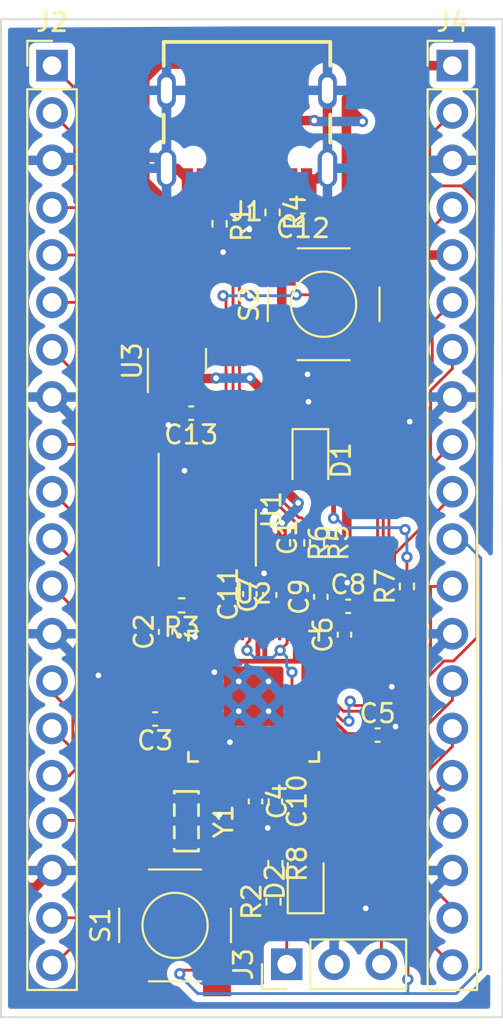
<source format=kicad_pcb>
(kicad_pcb (version 20211014) (generator pcbnew)
  (title_block (title "ENGR3430 Miniproject 3") (date "2022-09-22") (company "Olin College of Engineering"))
  (layers (0 "F.Cu" signal) (31 "B.Cu" signal) (34 "B.Paste" user) (35 "F.Paste" user) (36 "B.SilkS" user "B.Silkscreen") (37 "F.SilkS" user "F.Silkscreen") (38 "B.Mask" user) (39 "F.Mask" user) (44 "Edge.Cuts" user))
  (net 0 "")
  (net 1 "GND")
  (net 2 "+3V3")
  (net 3 "Net-(C10-Pad1)")
  (net 4 "/VBUS")
  (net 5 "Net-(D1-Pad2)")
  (net 6 "Net-(D2-Pad2)")
  (net 7 "Net-(J1-PadA5)")
  (net 8 "Net-(J1-PadA6)")
  (net 9 "Net-(J1-PadA7)")
  (net 11 "Net-(J1-PadB5)")
  (net 13 "/GPIO0")
  (net 14 "/GPIO1")
  (net 15 "/GPIO2")
  (net 16 "/GPIO3")
  (net 17 "/GPIO4")
  (net 18 "/GPIO5")
  (net 19 "/GPIO6")
  (net 20 "/GPIO7")
  (net 21 "/GPIO8")
  (net 22 "/GPIO9")
  (net 23 "/GPIO10")
  (net 24 "/GPIO11")
  (net 25 "/GPIO12")
  (net 26 "/GPIO13")
  (net 27 "/GPIO14")
  (net 28 "/GPIO15")
  (net 29 "/SWCLK")
  (net 30 "/SWDIO")
  (net 31 "/GPIO23")
  (net 32 "/BOOT")
  (net 33 "/GPIO29")
  (net 34 "/GPIO28")
  (net 35 "/GPIO27")
  (net 36 "/GPIO26")
  (net 37 "/RUN")
  (net 38 "/GPIO22")
  (net 39 "/GPIO21")
  (net 40 "/GPIO20")
  (net 41 "/GPIO19")
  (net 42 "/GPIO18")
  (net 43 "/GPIO17")
  (net 44 "/GPIO16")
  (net 45 "Net-(R5-Pad2)")
  (net 46 "Net-(R6-Pad2)")
  (net 47 "/GPIO25")
  (net 48 "Net-(U1-Pad2)")
  (net 49 "Net-(U1-Pad3)")
  (net 50 "Net-(U1-Pad5)")
  (net 51 "Net-(U1-Pad6)")
  (net 52 "Net-(U1-Pad7)")
  (net 53 "/GPIO24")
  (net 54 "Net-(U2-Pad20)")
  (net 55 "Net-(U2-Pad21)")
  (footprint "Capacitor_SMD:C_0402_1005Metric" (layer "F.Cu") (at 72.3392 83.0072 90)
    (fp_text reference "C6")
    (fp_text value "0.1µF")
  )
  (footprint "Connector_PinHeader_2.54mm:PinHeader_1x20_P2.54mm_Vertical" (layer "F.Cu") (at 56.642 52.4764)
    (fp_text reference "J2")
    (fp_text value "LEFT")
  )
  (footprint "Eclectronics:USB4105-GF-A" (layer "F.Cu") (at 67.1068 53.8038 180)
    (fp_text reference "J1")
    (fp_text value "USB4105-GF-A")
  )
  (footprint "Resistor_SMD:R_0402_1005Metric" (layer "F.Cu") (at 70.866 78.0796 -90)
    (fp_text reference "R5")
    (fp_text value "27Ω")
  )
  (footprint "Capacitor_SMD:C_0402_1005Metric" (layer "F.Cu") (at 67.2592 80.8228 90)
    (fp_text reference "C11")
    (fp_text value "0.1µF")
  )
  (footprint "Resistor_SMD:R_0402_1005Metric" (layer "F.Cu") (at 68.6308 95.3008 -90)
    (fp_text reference "R8")
    (fp_text value "1K")
  )
  (footprint "Capacitor_SMD:C_0402_1005Metric" (layer "F.Cu") (at 64.1096 71.12 180)
    (fp_text reference "C13")
    (fp_text value "10µF")
  )
  (footprint "Capacitor_SMD:C_0402_1005Metric" (layer "F.Cu") (at 62.738 82.8548 90)
    (fp_text reference "C2")
    (fp_text value "0.1µF")
  )
  (footprint "Eclectronics:CSTNE" (layer "F.Cu") (at 63.8556 93.0148 90)
    (fp_text reference "Y1")
    (fp_text value "12MHz")
  )
  (footprint "Package_TO_SOT_SMD:SOT-23" (layer "F.Cu") (at 63.3476 68.326 90)
    (fp_text reference "U3")
    (fp_text value "MCP1702T-3302E_CB")
  )
  (footprint "Eclectronics:TL3301AFxxxxJ" (layer "F.Cu") (at 63.246 98.6028 -90)
    (fp_text reference "S1")
    (fp_text value "RST")
  )
  (footprint "Resistor_SMD:R_0402_1005Metric" (layer "F.Cu") (at 75.692 80.4164 90)
    (fp_text reference "R7")
    (fp_text value "1K")
  )
  (footprint "Capacitor_SMD:C_0402_1005Metric" (layer "F.Cu") (at 70.104 60.0456 180)
    (fp_text reference "C12")
    (fp_text value "10µF")
  )
  (footprint "Package_SON:WSON-8-1EP_6x5mm_P1.27mm_EP3.4x4.3mm" (layer "F.Cu") (at 64.9732 76.3016 -90)
    (fp_text reference "U1")
    (fp_text value "W25Q128JV")
  )
  (footprint "Resistor_SMD:R_0201_0603Metric" (layer "F.Cu") (at 68.2244 77.7748 -90)
    (fp_text reference "C1")
    (fp_text value "0.1µF")
  )
  (footprint "LED_SMD:LED_0805_2012Metric" (layer "F.Cu") (at 70.2564 96.266 90)
    (fp_text reference "D2")
    (fp_text value "PWR")
  )
  (footprint "LED_SMD:LED_0805_2012Metric" (layer "F.Cu") (at 70.5104 73.66 -90)
    (fp_text reference "D1")
    (fp_text value "LED")
  )
  (footprint "Capacitor_SMD:C_0402_1005Metric" (layer "F.Cu") (at 74.1172 88.392)
    (fp_text reference "C5")
    (fp_text value "0.1µF")
  )
  (footprint "Resistor_SMD:R_0402_1005Metric" (layer "F.Cu") (at 69.7992 78.0796 -90)
    (fp_text reference "R6")
    (fp_text value "27Ω")
  )
  (footprint "Capacitor_SMD:C_0402_1005Metric" (layer "F.Cu") (at 67.564 91.948 -90)
    (fp_text reference "C4")
    (fp_text value "0.1µF")
  )
  (footprint "Capacitor_SMD:C_0402_1005Metric" (layer "F.Cu") (at 68.6308 91.948 -90)
    (fp_text reference "C10")
    (fp_text value "0.1µF")
  )
  (footprint "Capacitor_SMD:C_0402_1005Metric" (layer "F.Cu") (at 68.326 80.8736 90)
    (fp_text reference "C7")
    (fp_text value "0.1µF")
  )
  (footprint "Resistor_SMD:R_0402_1005Metric" (layer "F.Cu") (at 65.6336 60.96 -90)
    (fp_text reference "R1")
    (fp_text value "5.1K")
  )
  (footprint "Capacitor_SMD:C_0402_1005Metric" (layer "F.Cu") (at 72.5424 81.4832)
    (fp_text reference "C8")
    (fp_text value "1µF")
  )
  (footprint "Connector_PinHeader_2.54mm:PinHeader_1x20_P2.54mm_Vertical" (layer "F.Cu") (at 78.1304 52.4764)
    (fp_text reference "J4")
    (fp_text value "RIGHT")
  )
  (footprint "Eclectronics:RP2040" (layer "F.Cu") (at 67.4624 86.3092)
    (fp_text reference "U2")
    (fp_text value "RP2040")
  )
  (footprint "Connector_PinHeader_2.54mm:PinHeader_1x03_P2.54mm_Vertical" (layer "F.Cu") (at 69.2404 100.6856 90)
    (fp_text reference "J3")
    (fp_text value "DEBUG")
  )
  (footprint "Resistor_SMD:R_0402_1005Metric" (layer "F.Cu") (at 68.5292 97.3328 90)
    (fp_text reference "R2")
    (fp_text value "5.1K")
  )
  (footprint "Capacitor_SMD:C_0402_1005Metric" (layer "F.Cu") (at 62.1792 87.5284 180)
    (fp_text reference "C3")
    (fp_text value "0.1µF")
  )
  (footprint "Capacitor_SMD:C_0402_1005Metric" (layer "F.Cu") (at 71.0692 80.9752 90)
    (fp_text reference "C9")
    (fp_text value "1µF")
  )
  (footprint "Resistor_SMD:R_0402_1005Metric" (layer "F.Cu") (at 68.4784 60.3504 -90)
    (fp_text reference "R4")
    (fp_text value "5.1K")
  )
  (footprint "Resistor_SMD:R_0402_1005Metric" (layer "F.Cu") (at 63.6016 81.4324 180)
    (fp_text reference "R3")
    (fp_text value "5.1K")
  )
  (footprint "Eclectronics:TL3301AFxxxxJ" (layer "F.Cu") (at 71.2216 65.278 -90)
    (fp_text reference "S2")
    (fp_text value "BOOT")
  )
  (gr_rect (start 53.8988 49.9872) (end 80.8228 103.5304) (layer "Edge.Cuts") (width 0.1) (fill none))
  (segment (start 60.996 94.0456) (end 60.996 96.2028) (width 0.508) (layer "F.Cu") (net 1))
  (segment (start 68.2244 77.4548) (end 66.1264 77.4548) (width 0.508) (layer "F.Cu") (net 1))
  (segment (start 68.072 77.3024) (end 68.2244 77.4548) (width 0.508) (layer "F.Cu") (net 1))
  (segment (start 65.3537 85.0135) (end 66.1667 85.0135) (width 0.508) (layer "F.Cu") (net 1))
  (segment (start 63.0682 74.3966) (end 64.9732 76.3016) (width 0.508) (layer "F.Cu") (net 1))
  (segment (start 69.549659 92.714459) (end 69.549659 93.374859) (width 0.508) (layer "F.Cu") (net 1))
  (segment (start 67.3907 80.3428) (end 68.0212 79.7123) (width 0.508) (layer "F.Cu") (net 1))
  (segment (start 68.4784 62.3848) (end 68.9716 62.878) (width 0.508) (layer "F.Cu") (net 1))
  (segment (start 62.7868 53.8038) (end 62.7868 57.9838) (width 0.508) (layer "F.Cu") (net 1))
  (segment (start 66.4624 89.7467) (end 66.4624 89.0423) (width 0.254) (layer "F.Cu") (net 1))
  (segment (start 67.564 92.428) (end 68.6308 92.428) (width 0.508) (layer "F.Cu") (net 1))
  (segment (start 75.7428 71.4756) (end 75.8444 71.5772) (width 0.508) (layer "F.Cu") (net 1))
  (segment (start 62.3976 69.2635) (end 63.7692 70.6351) (width 0.508) (layer "F.Cu") (net 1))
  (segment (start 68.9716 67.678) (end 68.9983 67.678) (width 0.508) (layer "F.Cu") (net 1))
  (segment (start 68.6308 92.428) (end 69.2632 92.428) (width 0.508) (layer "F.Cu") (net 1))
  (segment (start 59.55 96.2028) (end 59.2328 96.52) (width 0.508) (layer "F.Cu") (net 1))
  (segment (start 70.5104 72.7225) (end 70.5104 70.612) (width 0.508) (layer "F.Cu") (net 1))
  (segment (start 55.4228 102.5144) (end 55.0672 102.1588) (width 0.508) (layer "F.Cu") (net 1))
  (segment (start 72.9978 97.2035) (end 70.2564 97.2035) (width 0.508) (layer "F.Cu") (net 1))
  (segment (start 71.374 94.5896) (end 71.374 96.0859) (width 0.508) (layer "F.Cu") (net 1))
  (segment (start 73.5076 71.4756) (end 75.7428 71.4756) (width 0.508) (layer "F.Cu") (net 1))
  (segment (start 59.2328 102.5144) (end 55.4228 102.5144) (width 0.508) (layer "F.Cu") (net 1))
  (segment (start 74.6252 88.392) (end 75.0824 87.9348) (width 0.508) (layer "F.Cu") (net 1))
  (segment (start 63.146647 73.6016) (end 63.754943 74.209896) (width 0.508) (layer "F.Cu") (net 1))
  (segment (start 59.3344 87.5284) (end 61.8592 87.5284) (width 0.508) (layer "F.Cu") (net 1))
  (segment (start 63.8556 93.0148) (end 65.278 93.0148) (width 0.508) (layer "F.Cu") (net 1))
  (segment (start 73.0224 80.744) (end 72.4916 80.2132) (width 0.508) (layer "F.Cu") (net 1))
  (segment (start 63.725 82.5348) (end 62.738 82.5348) (width 0.508) (layer "F.Cu") (net 1))
  (segment (start 71.4268 53.8038) (end 71.4268 57.9838) (width 0.508) (layer "F.Cu") (net 1))
  (segment (start 67.2592 80.3428) (end 67.3907 80.3428) (width 0.508) (layer "F.Cu") (net 1))
  (segment (start 59.2328 96.52) (end 59.2328 102.5144) (width 0.508) (layer "F.Cu") (net 1))
  (segment (start 72.4662 72.517) (end 72.4662 72.6694) (width 0.508) (layer "F.Cu") (net 1))
  (segment (start 63.3318 57.9838) (end 63.9068 58.5588) (width 0.508) (layer "F.Cu") (net 1))
  (segment (start 65.278 93.0148) (end 65.6336 92.6592) (width 0.508) (layer "F.Cu") (net 1))
  (segment (start 73.0224 81.844) (end 72.3392 82.5272) (width 0.508) (layer "F.Cu") (net 1))
  (segment (start 68.9716 67.678) (end 68.9716 63.917) (width 0.508) (layer "F.Cu") (net 1))
  (segment (start 68.219941 93.374859) (end 69.549659 93.374859) (width 0.508) (layer "F.Cu") (net 1))
  (segment (start 70.584 60.0456) (end 70.584 58.8266) (width 0.508) (layer "F.Cu") (net 1))
  (segment (start 64.3157 83.1255) (end 63.725 82.5348) (width 0.508) (layer "F.Cu") (net 1))
  (segment (start 55.0672 96.5708) (end 55.7276 96.5708) (width 0.508) (layer "F.Cu") (net 1))
  (segment (start 70.2564 97.2035) (end 70.2097 97.2035) (width 0.508) (layer "F.Cu") (net 1))
  (segment (start 63.7692 70.6351) (end 63.7692 71.12) (width 0.508) (layer "F.Cu") (net 1))
  (segment (start 60.996 96.2028) (end 59.55 96.2028) (width 0.508) (layer "F.Cu") (net 1))
  (segment (start 56.1848 95.6564) (end 56.642 95.6564) (width 0.508) (layer "F.Cu") (net 1))
  (segment (start 69.2632 92.428) (end 69.549659 92.714459) (width 0.508) (layer "F.Cu") (net 1))
  (segment (start 66.4624 89.0423) (end 66.1924 88.7723) (width 0.254) (layer "F.Cu") (net 1))
  (segment (start 73.4827 97.6884) (end 72.9978 97.2035) (width 0.508) (layer "F.Cu") (net 1))
  (segment (start 59.3344 87.5284) (end 59.1312 87.3252) (width 0.508) (layer "F.Cu") (net 1))
  (segment (start 70.8518 58.5588) (end 70.3068 58.5588) (width 0.508) (layer "F.Cu") (net 1))
  (segment (start 59.1312 87.3252) (end 59.1312 85.1916) (width 0.508) (layer "F.Cu") (net 1))
  (segment (start 68.326 80.0171) (end 68.0212 79.7123) (width 0.508) (layer "F.Cu") (net 1))
  (segment (start 65.0748 76.962) (end 65.0748 76.167) (width 0.508) (layer "F.Cu") (net 1))
  (segment (start 70.5104 72.7225) (end 72.4131 72.7225) (width 0.508) (layer "F.Cu") (net 1))
  (segment (start 72.4662 80.2386) (end 72.4916 80.2132) (width 0.508) (layer "F.Cu") (net 1))
  (segment (start 62.7868 57.9838) (end 63.3318 57.9838) (width 0.508) (layer "F.Cu") (net 1))
  (segment (start 69.549659 93.374859) (end 70.159259 93.374859) (width 0.508) (layer "F.Cu") (net 1))
  (segment (start 65.6336 62.2937) (end 65.8239 62.484) (width 0.508) (layer "F.Cu") (net 1))
  (segment (start 66.1667 85.0135) (end 66.6624 85.5092) (width 0.508) (layer "F.Cu") (net 1))
  (segment (start 71.4268 57.9838) (end 70.8518 58.5588) (width 0.508) (layer "F.Cu") (net 1))
  (segment (start 72.2096 80.4952) (end 72.4916 80.2132) (width 0.508) (layer "F.Cu") (net 1))
  (segment (start 68.326 80.3936) (end 68.326 80.0171) (width 0.508) (layer "F.Cu") (net 1))
  (segment (start 63.5259 71.12) (end 63.7692 71.12) (width 0.508) (layer "F.Cu") (net 1))
  (segment (start 72.4131 72.7225) (end 72.4662 72.6694) (width 0.508) (layer "F.Cu") (net 1))
  (segment (start 55.0672 102.1588) (end 55.0672 96.5708) (width 0.508) (layer "F.Cu") (net 1))
  (segment (start 73.5076 71.4756) (end 72.4662 72.517) (width 0.508) (layer "F.Cu") (net 1))
  (segment (start 73.0224 81.4832) (end 73.0224 81.844) (width 0.508) (layer "F.Cu") (net 1))
  (segment (start 63.0682 73.6016) (end 63.146647 73.6016) (width 0.508) (layer "F.Cu") (net 1))
  (segment (start 62.8904 71.7555) (end 63.5259 71.12) (width 0.508) (layer "F.Cu") (net 1))
  (segment (start 66.1264 77.4548) (end 64.9732 76.3016) (width 0.508) (layer "F.Cu") (net 1))
  (segment (start 65.6336 61.47) (end 65.6336 62.2937) (width 0.508) (layer "F.Cu") (net 1))
  (segment (start 63.0682 73.6016) (end 63.0682 74.3966) (width 0.508) (layer "F.Cu") (net 1))
  (segment (start 71.0692 80.4952) (end 72.2096 80.4952) (width 0.508) (layer "F.Cu") (net 1))
  (segment (start 68.9983 67.678) (end 70.358 69.0377) (width 0.508) (layer "F.Cu") (net 1))
  (segment (start 71.374 96.0859) (end 70.2564 97.2035) (width 0.508) (layer "F.Cu") (net 1))
  (segment (start 62.0268 93.0148) (end 60.996 94.0456) (width 0.508) (layer "F.Cu") (net 1))
  (segment (start 63.8556 93.0148) (end 62.0268 93.0148) (width 0.508) (layer "F.Cu") (net 1))
  (segment (start 70.5104 70.612) (end 70.4088 70.5104) (width 0.508) (layer "F.Cu") (net 1))
  (segment (start 55.7276 96.5708) (end 56.642 95.6564) (width 0.508) (layer "F.Cu") (net 1))
  (segment (start 68.4784 60.8604) (end 68.4784 62.3848) (width 0.508) (layer "F.Cu") (net 1))
  (segment (start 72.4662 72.6694) (end 72.4662 80.2386) (width 0.508) (layer "F.Cu") (net 1))
  (segment (start 70.159259 93.374859) (end 71.374 94.5896) (width 0.508) (layer "F.Cu") (net 1))
  (segment (start 73.0224 81.4832) (end 73.0224 80.744) (width 0.508) (layer "F.Cu") (net 1))
  (segment (start 60.996 96.2028) (end 60.996 101.0028) (width 0.508) (layer "F.Cu") (net 1))
  (segment (start 68.072 76.3524) (end 68.072 77.3024) (width 0.508) (layer "F.Cu") (net 1))
  (via (at 70.358 69.0377) (size 0.6096) (drill 0.3048) (layers "F.Cu" "B.Cu") (net 1))
  (via (at 73.4827 97.6884) (size 0.6096) (drill 0.3048) (layers "F.Cu" "B.Cu") (net 1))
  (via (at 63.754943 74.209896) (size 0.6096) (drill 0.3048) (layers "F.Cu" "B.Cu") (net 1))
  (via (at 62.8904 71.7555) (size 0.6096) (drill 0.3048) (layers "F.Cu" "B.Cu") (net 1))
  (via (at 68.072 76.3524) (size 0.6096) (drill 0.3048) (layers "F.Cu" "B.Cu") (net 1))
  (via (at 72.4916 80.2132) (size 0.6096) (drill 0.3048) (layers "F.Cu" "B.Cu") (net 1))
  (via (at 65.3537 85.0135) (size 0.6096) (drill 0.3048) (layers "F.Cu" "B.Cu") (net 1))
  (via (at 59.1312 85.1916) (size 0.6096) (drill 0.3048) (layers "F.Cu" "B.Cu") (net 1))
  (via (at 65.8239 62.484) (size 0.6096) (drill 0.3048) (layers "F.Cu" "B.Cu") (net 1))
  (via (at 75.8444 71.5772) (size 0.6096) (drill 0.3048) (layers "F.Cu" "B.Cu") (net 1))
  (via (at 66.1924 88.7723) (size 0.6096) (drill 0.3048) (layers "F.Cu" "B.Cu") (net 1))
  (via (at 74.8792 85.8012) (size 0.6096) (drill 0.3048) (layers "F.Cu" "B.Cu") (net 1))
  (via (at 70.4088 70.5104) (size 0.6096) (drill 0.3048) (layers "F.Cu" "B.Cu") (net 1))
  (via (at 64.3157 83.1255) (size 0.6096) (drill 0.3048) (layers "F.Cu" "B.Cu") (net 1))
  (via (at 67.2333 61.2648) (size 0.6096) (drill 0.3048) (layers "F.Cu" "B.Cu") (net 1))
  (via (at 68.219941 93.374859) (size 0.6096) (drill 0.3048) (layers "F.Cu" "B.Cu") (net 1))
  (via (at 75.0824 87.9348) (size 0.6096) (drill 0.3048) (layers "F.Cu" "B.Cu") (net 1))
  (via (at 65.6336 92.6592) (size 0.6096) (drill 0.3048) (layers "F.Cu" "B.Cu") (net 1))
  (via (at 68.0212 79.7123) (size 0.6096) (drill 0.3048) (layers "F.Cu" "B.Cu") (net 1))
  (segment (start 56.896 57.404) (end 62.207 57.404) (width 0.508) (layer "B.Cu") (net 1))
  (segment (start 66.1924 88.7723) (end 66.1924 87.5792) (width 0.508) (layer "B.Cu") (net 1))
  (segment (start 67.8144 79.7123) (end 67.5167 80.01) (width 0.1524) (layer "B.Cu") (net 1))
  (segment (start 65.8239 62.484) (end 64.1604 62.484) (width 0.508) (layer "B.Cu") (net 1))
  (segment (start 73.4827 97.6884) (end 71.7804 99.3907) (width 0.508) (layer "B.Cu") (net 1))
  (segment (start 70.358 69.1388) (end 70.358 69.0377) (width 0.508) (layer "B.Cu") (net 1))
  (segment (start 69.2983 79.7123) (end 69.7992 80.2132) (width 0.508) (layer "B.Cu") (net 1))
  (segment (start 75.0824 86.0044) (end 75.0824 87.9348) (width 0.508) (layer "B.Cu") (net 1))
  (segment (start 65.8239 62.484) (end 67.0431 61.2648) (width 0.508) (layer "B.Cu") (net 1))
  (segment (start 59.3852 85.0392) (end 62.402 85.0392) (width 0.508) (layer "B.Cu") (net 1))
  (segment (start 59.1312 85.1916) (end 58.8772 85.1916) (width 0.508) (layer "B.Cu") (net 1))
  (segment (start 68.219941 93.374859) (end 68.219941 90.799841) (width 0.508) (layer "B.Cu") (net 1))
  (segment (start 67.6183 76.8061) (end 68.072 76.3524) (width 0.508) (layer "B.Cu") (net 1))
  (segment (start 62.7868 61.1104) (end 62.7868 57.9838) (width 0.508) (layer "B.Cu") (net 1))
  (segment (start 62.207 57.404) (end 62.7868 57.9838) (width 0.508) (layer "B.Cu") (net 1))
  (segment (start 65.3288 84.1386) (end 64.3157 83.1255) (width 0.508) (layer "B.Cu") (net 1))
  (segment (start 70.866 81.788) (end 74.8792 85.8012) (width 0.508) (layer "B.Cu") (net 1))
  (segment (start 70.9168 81.788) (end 70.866 81.788) (width 0.508) (layer "B.Cu") (net 1))
  (segment (start 66.0233 83.1255) (end 64.3157 83.1255) (width 0.508) (layer "B.Cu") (net 1))
  (segment (start 68.0212 79.7123) (end 67.6183 79.3094) (width 0.508) (layer "B.Cu") (net 1))
  (segment (start 67.504282 92.6592) (end 65.6336 92.6592) (width 0.508) (layer "B.Cu") (net 1))
  (segment (start 68.0212 79.7123) (end 67.8144 79.7123) (width 0.1524) (layer "B.Cu") (net 1))
  (segment (start 63.754943 74.209896) (end 63.754943 72.620043) (width 0.508) (layer "B.Cu") (net 1))
  (segment (start 71.7804 99.3907) (end 71.7804 100.6856) (width 0.508) (layer "B.Cu") (net 1))
  (segment (start 68.0212 79.7123) (end 66.8457 79.7123) (width 0.508) (layer "B.Cu") (net 1))
  (segment (start 68.219941 93.374859) (end 67.504282 92.6592) (width 0.508) (layer "B.Cu") (net 1))
  (segment (start 68.0212 79.7123) (end 69.2983 79.7123) (width 0.508) (layer "B.Cu") (net 1))
  (segment (start 62.402 85.0392) (end 64.3157 83.1255) (width 0.508) (layer "B.Cu") (net 1))
  (segment (start 58.8772 85.1916) (end 56.642 82.9564) (width 0.508) (layer "B.Cu") (net 1))
  (segment (start 69.7992 80.2132) (end 69.7992 80.7212) (width 0.508) (layer "B.Cu") (net 1))
  (segment (start 62.8904 71.7555) (end 58.1411 71.7555) (width 0.508) (layer "B.Cu") (net 1))
  (segment (start 63.754943 72.620043) (end 62.8904 71.7555) (width 0.508) (layer "B.Cu") (net 1))
  (segment (start 69.7992 80.7212) (end 70.866 81.788) (width 0.508) (layer "B.Cu") (net 1))
  (segment (start 70.4088 70.5104) (end 70.4088 69.1896) (width 0.508) (layer "B.Cu") (net 1))
  (segment (start 70.9168 59.8932) (end 68.6049 59.8932) (width 0.508) (layer "B.Cu") (net 1))
  (segment (start 68.219941 90.799841) (end 66.1924 88.7723) (width 0.508) (layer "B.Cu") (net 1))
  (segment (start 67.6183 79.3094) (end 67.6183 76.8061) (width 0.508) (layer "B.Cu") (net 1))
  (segment (start 72.4916 80.2132) (end 70.9168 81.788) (width 0.508) (layer "B.Cu") (net 1))
  (segment (start 66.8457 79.7123) (end 66.3448 80.2132) (width 0.508) (layer "B.Cu") (net 1))
  (segment (start 74.8792 85.8012) (end 75.0824 86.0044) (width 0.508) (layer "B.Cu") (net 1))
  (segment (start 70.4088 69.1896) (end 70.358 69.1388) (width 0.508) (layer "B.Cu") (net 1))
  (segment (start 66.1924 87.5792) (end 66.6624 87.1092) (width 0.508) (layer "B.Cu") (net 1))
  (segment (start 75.8444 71.5772) (end 76.8096 71.5772) (width 0.508) (layer "B.Cu") (net 1))
  (segment (start 68.6049 59.8932) (end 67.2333 61.2648) (width 0.508) (layer "B.Cu") (net 1))
  (segment (start 65.3537 85.0135) (end 65.3288 84.9886) (width 0.508) (layer "B.Cu") (net 1))
  (segment (start 77.703 57.9838) (end 78.1304 57.5564) (width 0.508) (layer "B.Cu") (net 1))
  (segment (start 58.1411 71.7555) (end 56.642 70.2564) (width 0.508) (layer "B.Cu") (net 1))
  (segment (start 71.4268 57.9838) (end 77.703 57.9838) (width 0.508) (layer "B.Cu") (net 1))
  (segment (start 76.0984 97.6884) (end 78.1304 95.6564) (width 0.508) (layer "B.Cu") (net 1))
  (segment (start 65.3288 84.9886) (end 65.3288 84.1386) (width 0.508) (layer "B.Cu") (net 1))
  (segment (start 64.1604 62.484) (end 62.7868 61.1104) (width 0.508) (layer "B.Cu") (net 1))
  (segment (start 67.0431 61.2648) (end 67.2333 61.2648) (width 0.508) (layer "B.Cu") (net 1))
  (segment (start 75.2856 85.8012) (end 78.1304 82.9564) (width 0.508) (layer "B.Cu") (net 1))
  (segment (start 76.8096 71.5772) (end 78.1304 70.2564) (width 0.508) (layer "B.Cu") (net 1))
  (segment (start 66.3448 82.804) (end 66.0233 83.1255) (width 0.508) (layer "B.Cu") (net 1))
  (segment (start 73.4827 97.6884) (end 76.0984 97.6884) (width 0.508) (layer "B.Cu") (net 1))
  (segment (start 74.8792 85.8012) (end 75.2856 85.8012) (width 0.508) (layer "B.Cu") (net 1))
  (segment (start 66.3448 80.2132) (end 66.3448 82.804) (width 0.508) (layer "B.Cu") (net 1))
  (segment (start 70.8999 87.3092) (end 71.417485 87.3092) (width 0.254) (layer "F.Cu") (net 2))
  (segment (start 62.1284 81.4324) (end 61.5442 82.0166) (width 0.508) (layer "F.Cu") (net 2))
  (segment (start 64.77 86.106) (end 65.1764 86.5124) (width 0.254) (layer "F.Cu") (net 2))
  (segment (start 67.562 96.8228) (end 68.5292 96.8228) (width 0.508) (layer "F.Cu") (net 2))
  (segment (start 68.990582 77.634776) (end 68.510158 78.1152) (width 0.508) (layer "F.Cu") (net 2))
  (segment (start 67.338 91.694) (end 67.564 91.468) (width 0.508) (layer "F.Cu") (net 2))
  (segment (start 68.510158 78.1152) (end 68.2244 78.1152) (width 0.508) (layer "F.Cu") (net 2))
  (segment (start 67.7672 69.7484) (end 67.2592 69.2404) (width 0.508) (layer "F.Cu") (net 2))
  (segment (start 68.990582 77.008618) (end 68.990582 77.634776) (width 0.508) (layer "F.Cu") (net 2))
  (segment (start 67.4116 94.6404) (end 67.3608 94.6912) (width 0.508) (layer "F.Cu") (net 2))
  (segment (start 68.4276 81.3028) (end 67.6624 82.068) (width 0.254) (layer "F.Cu") (net 2))
  (segment (start 66.802 91.694) (end 66.802 92.962) (width 0.508) (layer "F.Cu") (net 2))
  (segment (start 67.6624 82.068) (end 67.6624 82.8717) (width 0.254) (layer "F.Cu") (net 2))
  (segment (start 71.2216 82.1944) (end 71.1962 82.169) (width 0.254) (layer "F.Cu") (net 2))
  (segment (start 71.1962 82.169) (end 70.4444 82.169) (width 0.254) (layer "F.Cu") (net 2))
  (segment (start 62.738 83.566) (end 62.738 83.3348) (width 0.254) (layer "F.Cu") (net 2))
  (segment (start 70.1548 84.4298) (end 70.1548 87.3092) (width 0.254) (layer "F.Cu") (net 2))
  (segment (start 67.564 90.6272) (end 67.6624 90.5288) (width 0.2032) (layer "F.Cu") (net 2))
  (segment (start 67.564 90.6272) (end 67.6148 90.5764) (width 0.254) (layer "F.Cu") (net 2))
  (segment (start 68.0624 84.3886) (end 68.0624 82.8717) (width 0.254) (layer "F.Cu") (net 2))
  (segment (start 62.578 83.1748) (end 62.738 83.3348) (width 0.254) (layer "F.Cu") (net 2))
  (segment (start 68.9432 79.0016) (end 69.6976 79.756) (width 0.508) (layer "F.Cu") (net 2))
  (segment (start 64.4296 69.3955) (end 64.2976 69.2635) (width 0.508) (layer "F.Cu") (net 2))
  (segment (start 64.8206 84.4298) (end 67.4624 84.4298) (width 0.254) (layer "F.Cu") (net 2))
  (segment (start 68.58 74.5744) (end 68.58 74.659712) (width 0.508) (layer "F.Cu") (net 2))
  (segment (start 66.802 91.694) (end 67.338 91.694) (width 0.508) (layer "F.Cu") (net 2))
  (segment (start 69.6624 82.8717) (end 70.0624 82.8717) (width 0.2032) (layer "F.Cu") (net 2))
  (segment (start 70.3488 83.7092) (end 70.8999 83.7092) (width 0.2032) (layer "F.Cu") (net 2))
  (segment (start 64.77 84.4804) (end 64.77 86.106) (width 0.254) (layer "F.Cu") (net 2))
  (segment (start 64.77 84.4804) (end 64.8206 84.4298) (width 0.254) (layer "F.Cu") (net 2))
  (segment (start 65.4243 69.2635) (end 65.4474 69.2404) (width 0.508) (layer "F.Cu") (net 2))
  (segment (start 71.7392 83.4872) (end 72.3392 83.4872) (width 0.254) (layer "F.Cu") (net 2))
  (segment (start 69.6468 80.7212) (end 69.6976 80.6704) (width 0.254) (layer "F.Cu") (net 2))
  (segment (start 69.6976 79.756) (end 69.6976 80.6704) (width 0.508) (layer "F.Cu") (net 2))
  (segment (start 67.4624 84.4298) (end 68.0212 84.4298) (width 0.254) (layer "F.Cu") (net 2))
  (segment (start 64.4296 71.12) (end 64.4296 69.3955) (width 0.508) (layer "F.Cu") (net 2))
  (segment (start 68.4804 94.6404) (end 67.4116 94.6404) (width 0.508) (layer "F.Cu") (net 2))
  (segment (start 67.6624 90.5288) (end 67.6624 89.7467) (width 0.2032) (layer "F.Cu") (net 2))
  (segment (start 68.3336 79.0016) (end 68.2244 78.8924) (width 0.508) (layer "F.Cu") (net 2))
  (segment (start 63.0916 81.4324) (end 62.1284 81.4324) (width 0.508) (layer "F.Cu") (net 2))
  (segment (start 67.8688 69.7484) (end 67.7672 69.7484) (width 0.508) (layer "F.Cu") (net 2))
  (segment (start 71.453407 87.3092) (end 72.5058 88.361594) (width 0.2032) (layer "F.Cu") (net 2))
  (segment (start 72.536206 88.392) (end 72.5058 88.361594) (width 0.254) (layer "F.Cu") (net 2))
  (segment (start 70.1548 87.3092) (end 70.8999 87.3092) (width 0.254) (layer "F.Cu") (net 2))
  (segment (start 69.0092 80.6704) (end 68.326 81.3536) (width 0.254) (layer "F.Cu") (net 2))
  (segment (start 63.1952 87.4268) (end 62.6008 87.4268) (width 0.254) (layer "F.Cu") (net 2))
  (segment (start 71.412726 82.1944) (end 71.2216 82.1944) (width 0.508) (layer "F.Cu") (net 2))
  (segment (start 61.5442 82.0166) (end 61.5442 82.482336) (width 0.508) (layer "F.Cu") (net 2))
  (segment (start 66.8782 79.0016) (end 68.3336 79.0016) (width 0.508) (layer "F.Cu") (net 2))
  (segment (start 67.6624 82.8717) (end 67.6624 82.8072) (width 0.1524) (layer "F.Cu") (net 2))
  (segment (start 63.3128 87.3092) (end 64.0249 87.3092) (width 0.2032) (layer "F.Cu") (net 2))
  (segment (start 65.5828 86.9188) (end 65.1764 86.5124) (width 0.254) (layer "F.Cu") (net 2))
  (segment (start 68.2244 78.8924) (end 68.2244 78.1152) (width 0.508) (layer "F.Cu") (net 2))
  (segment (start 72.0624 81.4832) (end 72.0624 81.544726) (width 0.508) (layer "F.Cu") (net 2))
  (segment (start 71.417485 87.3092) (end 71.453407 87.3092) (width 0.2032) (layer "F.Cu") (net 2))
  (segment (start 67.691 84.2012) (end 67.691 82.9003) (width 0.254) (layer "F.Cu") (net 2))
  (segment (start 78.1304 62.6364) (end 76.454 62.6364) (width 0.508) (layer "F.Cu") (net 2))
  (segment (start 64.0249 87.3092) (end 64.532 87.3092) (width 0.254) (layer "F.Cu") (net 2))
  (segment (start 68.9864 69.7484) (end 68.58 70.1548) (width 0.508) (layer "F.Cu") (net 2))
  (segment (start 67.3608 94.6912) (end 67.3608 96.6216) (width 0.508) (layer "F.Cu") (net 2))
  (segment (start 64.532 87.3092) (end 65.1764 86.6648) (width 0.254) (layer "F.Cu") (net 2))
  (segment (start 69.6624 82.8717) (end 69.7484 82.7857) (width 0.2032) (layer "F.Cu") (net 2))
  (segment (start 67.6624 88.1886) (end 65.660789 88.1886) (width 0.254) (layer "F.Cu") (net 2))
  (segment (start 63.1952 87.4268) (end 63.3128 87.3092) (width 0.254) (layer "F.Cu") (net 2))
  (segment (start 67.3608 96.6216) (end 67.562 96.8228) (width 0.508) (layer "F.Cu") (net 2))
  (segment (start 67.6656 82.8685) (end 67.6624 82.8717) (width 0.1524) (layer "F.Cu") (net 2))
  (segment (start 74.8792 69.2404) (end 74.3712 69.7484) (width 0.508) (layer "F.Cu") (net 2))
  (segment (start 64.0249 83.7092) (end 62.8812 83.7092) (width 0.254) (layer "F.Cu") (net 2))
  (segment (start 61.5442 82.482336) (end 62.236664 83.1748) (width 0.508) (layer "F.Cu") (net 2))
  (segment (start 71.5172 83.7092) (end 70.8999 83.7092) (width 0.2032) (layer "F.Cu") (net 2))
  (segment (start 70.0624 83.4228) (end 70.3488 83.7092) (width 0.2032) (layer "F.Cu") (net 2))
  (segment (start 65.5828 88.110611) (end 65.5828 86.9188) (width 0.254) (layer "F.Cu") (net 2))
  (segment (start 65.660789 88.1886) (end 65.5828 88.110611) (width 0.254) (layer "F.Cu") (net 2))
  (segment (start 67.564 91.2216) (end 67.564 90.6272) (width 0.254) (layer "F.Cu") (net 2))
  (segment (start 68.6308 94.7908) (end 68.4804 94.6404) (width 0.508) (layer "F.Cu") (net 2))
  (segment (start 64.0249 83.7092) (end 64.521171 83.7092) (width 0.254) (layer "F.Cu") (net 2))
  (segment (start 75.7428 63.3476) (end 74.8792 64.2112) (width 0.508) (layer "F.Cu") (net 2))
  (segment (start 71.5172 83.7092) (end 71.7392 83.4872) (width 0.254) (layer "F.Cu") (net 2))
  (segment (start 72.0624 81.544726) (end 71.412726 82.1944) (width 0.508) (layer "F.Cu") (net 2))
  (segment (start 62.8812 83.7092) (end 62.738 83.566) (width 0.254) (layer "F.Cu") (net 2))
  (segment (start 68.3336 79.0016) (end 68.9432 79.0016) (width 0.508) (layer "F.Cu") (net 2))
  (segment (start 69.6976 80.6704) (end 69.0092 80.6704) (width 0.254) (layer "F.Cu") (net 2))
  (segment (start 67.6624 89.7467) (end 67.6624 88.1886) (width 0.254) (layer "F.Cu") (net 2))
  (segment (start 68.0212 84.4298) (end 69.6976 84.4298) (width 0.254) (layer "F.Cu") (net 2))
  (segment (start 66.802 92.962) (end 68.6308 94.7908) (width 0.508) (layer "F.Cu") (net 2))
  (segment (start 69.6976 84.4298) (end 70.1548 84.4298) (width 0.254) (layer "F.Cu") (net 2))
  (segment (start 64.77 83.958029) (end 64.77 84.4804) (width 0.254) (layer "F.Cu") (net 2))
  (segment (start 69.7484 82.1436) (end 70.4444 82.1436) (width 0.2032) (layer "F.Cu") (net 2))
  (segment (start 69.6976 84.4298) (end 69.6976 82.8717) (width 0.254) (layer "F.Cu") (net 2))
  (segment (start 64.2976 69.2635) (end 65.4243 69.2635) (width 0.508) (layer "F.Cu") (net 2))
  (segment (start 70.0624 82.8717) (end 70.0624 83.4228) (width 0.2032) (layer "F.Cu") (net 2))
  (segment (start 68.58 74.659712) (end 69.858144 75.937856) (width 0.508) (layer "F.Cu") (net 2))
  (segment (start 68.58 70.1548) (end 68.58 74.5744) (width 0.508) (layer "F.Cu") (net 2))
  (segment (start 67.691 82.9003) (end 67.6624 82.8717) (width 0.254) (layer "F.Cu") (net 2))
  (segment (start 69.7484 82.7857) (end 69.7484 82.1436) (width 0.2032) (layer "F.Cu") (net 2))
  (segment (start 67.4624 84.4298) (end 67.691 84.2012) (width 0.254) (layer "F.Cu") (net 2))
  (segment (start 72.5058 88.361594) (end 73.766794 88.361594) (width 0.254) (layer "F.Cu") (net 2))
  (segment (start 65.1764 86.6648) (end 65.1764 86.5124) (width 0.254) (layer "F.Cu") (net 2))
  (segment (start 68.9864 69.7484) (end 67.8688 69.7484) (width 0.508) (layer "F.Cu") (net 2))
  (segment (start 62.236664 83.1748) (end 62.578 83.1748) (width 0.254) (layer "F.Cu") (net 2))
  (segment (start 74.3712 69.7484) (end 68.9864 69.7484) (width 0.508) (layer "F.Cu") (net 2))
  (segment (start 76.454 62.6364) (end 75.7428 63.3476) (width 0.508) (layer "F.Cu") (net 2))
  (segment (start 74.8792 64.2112) (end 74.8792 69.2404) (width 0.508) (layer "F.Cu") (net 2))
  (segment (start 64.521171 83.7092) (end 64.77 83.958029) (width 0.254) (layer "F.Cu") (net 2))
  (via (at 67.2592 69.2404) (size 0.6096) (drill 0.3048) (layers "F.Cu" "B.Cu") (net 2))
  (via (at 68.990582 77.008618) (size 0.6096) (drill 0.3048) (layers "F.Cu" "B.Cu") (net 2))
  (via (at 69.858144 75.937856) (size 0.6096) (drill 0.3048) (layers "F.Cu" "B.Cu") (net 2))
  (via (at 65.4474 69.2404) (size 0.6096) (drill 0.3048) (layers "F.Cu" "B.Cu") (net 2))
  (segment (start 69.858144 75.937856) (end 69.858144 76.141056) (width 0.508) (layer "B.Cu") (net 2))
  (segment (start 65.4474 69.2404) (end 67.2592 69.2404) (width 0.508) (layer "B.Cu") (net 2))
  (segment (start 69.858144 76.141056) (end 68.990582 77.008618) (width 0.508) (layer "B.Cu") (net 2))
  (segment (start 69.2404 82.184627) (end 69.611627 81.8134) (width 0.1524) (layer "F.Cu") (net 3))
  (segment (start 68.0624 89.138763) (end 68.0624 89.7467) (width 0.1524) (layer "F.Cu") (net 3))
  (segment (start 67.2624 81.306) (end 67.2624 82.8717) (width 0.1524) (layer "F.Cu") (net 3))
  (segment (start 68.072 90.7288) (end 68.201 90.8578) (width 0.1524) (layer "F.Cu") (net 3))
  (segment (start 68.8848 83.8461) (end 69.2624 83.4685) (width 0.1524) (layer "F.Cu") (net 3))
  (segment (start 69.5191 85.0135) (end 69.5191 87.682063) (width 0.1524) (layer "F.Cu") (net 3))
  (segment (start 67.1068 83.4644) (end 67.2592 83.312) (width 0.1524) (layer "F.Cu") (net 3))
  (segment (start 70.711 81.8134) (end 71.0692 81.4552) (width 0.1524) (layer "F.Cu") (net 3))
  (segment (start 68.201 90.8578) (end 68.588652 90.8578) (width 0.1524) (layer "F.Cu") (net 3))
  (segment (start 68.6308 90.899948) (end 68.6308 91.468) (width 0.1524) (layer "F.Cu") (net 3))
  (segment (start 68.072 90.7288) (end 68.072 90.17) (width 0.1524) (layer "F.Cu") (net 3))
  (segment (start 69.611627 81.8134) (end 70.711 81.8134) (width 0.1524) (layer "F.Cu") (net 3))
  (segment (start 68.588652 90.8578) (end 68.6308 90.899948) (width 0.1524) (layer "F.Cu") (net 3))
  (segment (start 67.2592 81.3028) (end 67.2624 81.306) (width 0.1524) (layer "F.Cu") (net 3))
  (segment (start 69.2404 82.4484) (end 69.2404 82.184627) (width 0.1524) (layer "F.Cu") (net 3))
  (segment (start 67.1068 83.8461) (end 67.1068 83.4644) (width 0.1524) (layer "F.Cu") (net 3))
  (segment (start 69.2624 83.4685) (end 69.2624 82.8717) (width 0.1524) (layer "F.Cu") (net 3))
  (segment (start 67.1068 83.8461) (end 67.2624 83.6905) (width 0.1524) (layer "F.Cu") (net 3))
  (segment (start 69.5191 87.682063) (end 68.0624 89.138763) (width 0.1524) (layer "F.Cu") (net 3))
  (via (at 69.5191 85.0135) (size 0.6096) (drill 0.3048) (layers "F.Cu" "B.Cu") (net 3))
  (via (at 67.1068 83.8461) (size 0.6096) (drill 0.3048) (layers "F.Cu" "B.Cu") (net 3))
  (via (at 68.8848 83.8461) (size 0.6096) (drill 0.3048) (layers "F.Cu" "B.Cu") (net 3))
  (segment (start 69.2404 84.2017) (end 69.2404 84.7348) (width 0.1524) (layer "B.Cu") (net 3))
  (segment (start 68.8848 83.8461) (end 68.5045 84.2264) (width 0.1524) (layer "B.Cu") (net 3))
  (segment (start 69.2404 84.7348) (end 69.5191 85.0135) (width 0.1524) (layer "B.Cu") (net 3))
  (segment (start 68.8848 83.8461) (end 69.2404 84.2017) (width 0.1524) (layer "B.Cu") (net 3))
  (segment (start 68.5045 84.2264) (end 67.4871 84.2264) (width 0.1524) (layer "B.Cu") (net 3))
  (segment (start 67.4871 84.2264) (end 67.1068 83.8461) (width 0.1524) (layer "B.Cu") (net 3))
  (segment (start 73.3044 55.4736) (end 72.4408 54.61) (width 0.508) (layer "F.Cu") (net 4))
  (segment (start 69.5406 60.0456) (end 69.5406 58.5926) (width 0.508) (layer "F.Cu") (net 4))
  (segment (start 63.3476 67.3885) (end 64.7068 66.0293) (width 0.508) (layer "F.Cu") (net 4))
  (segment (start 69.624 60.0456) (end 69.624 60.168326) (width 0.508) (layer "F.Cu") (net 4))
  (segment (start 72.4408 54.61) (end 72.4408 54.2544) (width 0.508) (layer "F.Cu") (net 4))
  (segment (start 61.6204 53.188357) (end 61.6204 58.669804) (width 0.508) (layer "F.Cu") (net 4))
  (segment (start 69.5406 58.5926) (end 69.5068 58.5588) (width 0.508) (layer "F.Cu") (net 4))
  (segment (start 72.4408 54.2544) (end 75.000346 54.2544) (width 0.508) (layer "F.Cu") (net 4))
  (segment (start 72.4408 60.3504) (end 72.4408 54.2544) (width 0.508) (layer "F.Cu") (net 4))
  (segment (start 70.7161 55.4228) (end 69.9516 55.4228) (width 0.508) (layer "F.Cu") (net 4))
  (segment (start 62.411357 52.3974) (end 61.6204 53.188357) (width 0.508) (layer "F.Cu") (net 4))
  (segment (start 76.778346 52.4764) (end 78.1304 52.4764) (width 0.508) (layer "F.Cu") (net 4))
  (segment (start 70.466474 61.0108) (end 71.7804 61.0108) (width 0.508) (layer "F.Cu") (net 4))
  (segment (start 66.9262 52.3974) (end 62.411357 52.3974) (width 0.508) (layer "F.Cu") (net 4))
  (segment (start 71.7804 61.0108) (end 72.4408 60.3504) (width 0.508) (layer "F.Cu") (net 4))
  (segment (start 69.624 60.168326) (end 70.466474 61.0108) (width 0.508) (layer "F.Cu") (net 4))
  (segment (start 69.9516 55.4228) (end 66.9262 52.3974) (width 0.508) (layer "F.Cu") (net 4))
  (segment (start 62.729796 59.7792) (end 64.7068 59.7792) (width 0.508) (layer "F.Cu") (net 4))
  (segment (start 64.7068 59.7792) (end 64.7068 58.5588) (width 0.508) (layer "F.Cu") (net 4))
  (segment (start 61.6204 58.669804) (end 62.729796 59.7792) (width 0.508) (layer "F.Cu") (net 4))
  (segment (start 75.000346 54.2544) (end 76.778346 52.4764) (width 0.508) (layer "F.Cu") (net 4))
  (segment (start 64.7068 66.0293) (end 64.7068 59.7792) (width 0.508) (layer "F.Cu") (net 4))
  (via (at 73.3044 55.4736) (size 0.6096) (drill 0.3048) (layers "F.Cu" "B.Cu") (net 4))
  (via (at 70.7161 55.4228) (size 0.6096) (drill 0.3048) (layers "F.Cu" "B.Cu") (net 4))
  (segment (start 73.3044 55.4736) (end 70.7669 55.4736) (width 0.508) (layer "B.Cu") (net 4))
  (segment (start 70.7669 55.4736) (end 70.7161 55.4228) (width 0.508) (layer "B.Cu") (net 4))
  (segment (start 75.692 79.9064) (end 75.692 78.8416) (width 0.1524) (layer "F.Cu") (net 5))
  (segment (start 71.7555 75.8426) (end 70.5104 74.5975) (width 0.254) (layer "F.Cu") (net 5))
  (segment (start 71.7555 76.7588) (end 71.7555 75.995) (width 0.254) (layer "F.Cu") (net 5))
  (via (at 75.692 78.8416) (size 0.6096) (drill 0.3048) (layers "F.Cu" "B.Cu") (net 5))
  (via (at 75.5904 77.3684) (size 0.6096) (drill 0.3048) (layers "F.Cu" "B.Cu") (net 5))
  (via (at 71.7555 76.7588) (size 0.6096) (drill 0.3048) (layers "F.Cu" "B.Cu") (net 5))
  (segment (start 75.692 78.8416) (end 75.692 77.47) (width 0.1524) (layer "B.Cu") (net 5))
  (segment (start 75.692 77.47) (end 75.5904 77.3684) (width 0.1524) (layer "B.Cu") (net 5))
  (segment (start 71.9079 76.7588) (end 72.4159 77.2668) (width 0.1524) (layer "B.Cu") (net 5))
  (segment (start 75.4888 77.2668) (end 75.5904 77.3684) (width 0.1524) (layer "B.Cu") (net 5))
  (segment (start 71.7555 76.7588) (end 71.9079 76.7588) (width 0.1524) (layer "B.Cu") (net 5))
  (segment (start 72.4159 77.2668) (end 75.4888 77.2668) (width 0.1524) (layer "B.Cu") (net 5))
  (segment (start 69.7741 95.8108) (end 70.2564 95.3285) (width 0.1524) (layer "F.Cu") (net 6))
  (segment (start 68.6308 95.8108) (end 69.7741 95.8108) (width 0.1524) (layer "F.Cu") (net 6))
  (segment (start 68.3568 58.5588) (end 68.3568 59.8204) (width 0.1524) (layer "F.Cu") (net 7))
  (segment (start 67.31 57.658) (end 67.3608 57.7088) (width 0.1524) (layer "F.Cu") (net 8))
  (segment (start 66.3568 58.5588) (end 66.3568 69.9636) (width 0.1524) (layer "F.Cu") (net 8))
  (segment (start 66.3568 57.7984) (end 66.4972 57.658) (width 0.1524) (layer "F.Cu") (net 8))
  (segment (start 67.6148 74.8792) (end 69.7992 77.0636) (width 0.1524) (layer "F.Cu") (net 8))
  (segment (start 67.3608 57.7088) (end 67.3568 57.7128) (width 0.1524) (layer "F.Cu") (net 8))
  (segment (start 67.6148 71.2216) (end 67.6148 74.8792) (width 0.1524) (layer "F.Cu") (net 8))
  (segment (start 66.3568 69.9636) (end 67.6148 71.2216) (width 0.1524) (layer "F.Cu") (net 8))
  (segment (start 66.3568 58.5588) (end 66.3568 57.7984) (width 0.1524) (layer "F.Cu") (net 8))
  (segment (start 69.7992 77.0636) (end 69.7992 77.5696) (width 0.1524) (layer "F.Cu") (net 8))
  (segment (start 67.3568 57.7128) (end 67.3568 58.5588) (width 0.1524) (layer "F.Cu") (net 8))
  (segment (start 66.4972 57.658) (end 67.31 57.658) (width 0.1524) (layer "F.Cu") (net 8))
  (segment (start 69.9008 76.734148) (end 67.9196 74.752948) (width 0.1524) (layer "F.Cu") (net 9))
  (segment (start 67.9196 74.752948) (end 67.9196 71.0692) (width 0.1524) (layer "F.Cu") (net 9))
  (segment (start 69.9008 76.734148) (end 70.030548 76.734148) (width 0.1524) (layer "F.Cu") (net 9))
  (segment (start 67.9196 71.0692) (end 66.7004 69.85) (width 0.1524) (layer "F.Cu") (net 9))
  (segment (start 66.7004 60.2678) (end 66.8568 60.1114) (width 0.1524) (layer "F.Cu") (net 9))
  (segment (start 66.7004 60.2678) (end 67.8568 59.1114) (width 0.1524) (layer "F.Cu") (net 9))
  (segment (start 66.7004 69.85) (end 66.7004 60.2678) (width 0.1524) (layer "F.Cu") (net 9))
  (segment (start 67.8568 59.1114) (end 67.8568 58.5588) (width 0.1524) (layer "F.Cu") (net 9))
  (segment (start 70.030548 76.734148) (end 70.866 77.5696) (width 0.1524) (layer "F.Cu") (net 9))
  (segment (start 66.8568 60.1114) (end 66.8568 58.5588) (width 0.1524) (layer "F.Cu") (net 9))
  (segment (start 65.4304 60.64) (end 65.3568 60.5664) (width 0.1524) (layer "F.Cu") (net 11))
  (segment (start 65.3568 60.5664) (end 65.3568 58.5588) (width 0.1524) (layer "F.Cu") (net 11))
  (segment (start 60.044104 59.4868) (end 61.0108 60.453496) (width 0.1524) (layer "F.Cu") (net 13))
  (segment (start 61.0108 60.453496) (end 61.0108 63.015156) (width 0.1524) (layer "F.Cu") (net 13))
  (segment (start 58.166 59.4868) (end 60.044104 59.4868) (width 0.1524) (layer "F.Cu") (net 13))
  (segment (start 61.0616 80.956532) (end 61.0616 82.682236) (width 0.1524) (layer "F.Cu") (net 13))
  (segment (start 61.0108 63.015156) (end 60.9092 63.116756) (width 0.1524) (layer "F.Cu") (net 13))
  (segment (start 61.0616 82.682236) (end 62.488564 84.1092) (width 0.1524) (layer "F.Cu") (net 13))
  (segment (start 58.166 53.9496) (end 58.166 59.4868) (width 0.1524) (layer "F.Cu") (net 13))
  (segment (start 60.9092 80.804132) (end 61.0616 80.956532) (width 0.1524) (layer "F.Cu") (net 13))
  (segment (start 57.8104 53.6448) (end 57.8612 53.6448) (width 0.1524) (layer "F.Cu") (net 13))
  (segment (start 62.488564 84.1092) (end 64.0249 84.1092) (width 0.1524) (layer "F.Cu") (net 13))
  (segment (start 60.9092 63.116756) (end 60.9092 80.804132) (width 0.1524) (layer "F.Cu") (net 13))
  (segment (start 56.642 52.4764) (end 57.8104 53.6448) (width 0.1524) (layer "F.Cu") (net 13))
  (segment (start 57.8612 53.6448) (end 58.166 53.9496) (width 0.1524) (layer "F.Cu") (net 13))
  (segment (start 57.8612 59.7916) (end 59.917852 59.7916) (width 0.1524) (layer "F.Cu") (net 14))
  (segment (start 60.7568 81.082784) (end 60.7568 82.808488) (width 0.1524) (layer "F.Cu") (net 14))
  (segment (start 59.917852 59.7916) (end 60.706 60.579748) (width 0.1524) (layer "F.Cu") (net 14))
  (segment (start 60.7568 82.808488) (end 62.457512 84.5092) (width 0.1524) (layer "F.Cu") (net 14))
  (segment (start 62.457512 84.5092) (end 64.0249 84.5092) (width 0.1524) (layer "F.Cu") (net 14))
  (segment (start 60.6044 80.930384) (end 60.7568 81.082784) (width 0.1524) (layer "F.Cu") (net 14))
  (segment (start 56.642 55.0164) (end 57.8612 56.2356) (width 0.1524) (layer "F.Cu") (net 14))
  (segment (start 60.706 62.888904) (end 60.6044 62.990504) (width 0.1524) (layer "F.Cu") (net 14))
  (segment (start 57.8612 56.2356) (end 57.8612 59.7916) (width 0.1524) (layer "F.Cu") (net 14))
  (segment (start 60.6044 62.990504) (end 60.6044 80.930384) (width 0.1524) (layer "F.Cu") (net 14))
  (segment (start 60.706 60.579748) (end 60.706 62.888904) (width 0.1524) (layer "F.Cu") (net 14))
  (segment (start 59.7916 60.0964) (end 60.4012 60.706) (width 0.1524) (layer "F.Cu") (net 15))
  (segment (start 60.2996 81.056636) (end 60.452 81.209036) (width 0.1524) (layer "F.Cu") (net 15))
  (segment (start 62.42646 84.9092) (end 64.0249 84.9092) (width 0.1524) (layer "F.Cu") (net 15))
  (segment (start 60.452 82.93474) (end 62.42646 84.9092) (width 0.1524) (layer "F.Cu") (net 15))
  (segment (start 60.4012 62.762652) (end 60.2996 62.864252) (width 0.1524) (layer "F.Cu") (net 15))
  (segment (start 60.452 81.209036) (end 60.452 82.93474) (width 0.1524) (layer "F.Cu") (net 15))
  (segment (start 60.2996 62.864252) (end 60.2996 81.056636) (width 0.1524) (layer "F.Cu") (net 15))
  (segment (start 56.642 60.0964) (end 59.7916 60.0964) (width 0.1524) (layer "F.Cu") (net 15))
  (segment (start 60.4012 60.706) (end 60.4012 62.762652) (width 0.1524) (layer "F.Cu") (net 15))
  (segment (start 59.9948 81.182888) (end 60.1472 81.335288) (width 0.1524) (layer "F.Cu") (net 16))
  (segment (start 59.8932 62.6364) (end 59.944 62.6872) (width 0.1524) (layer "F.Cu") (net 16))
  (segment (start 60.1472 83.060992) (end 62.395408 85.3092) (width 0.1524) (layer "F.Cu") (net 16))
  (segment (start 59.9948 62.738) (end 59.9948 81.182888) (width 0.1524) (layer "F.Cu") (net 16))
  (segment (start 60.1472 81.335288) (end 60.1472 83.060992) (width 0.1524) (layer "F.Cu") (net 16))
  (segment (start 56.642 62.6364) (end 59.8932 62.6364) (width 0.1524) (layer "F.Cu") (net 16))
  (segment (start 62.395408 85.3092) (end 64.0249 85.3092) (width 0.1524) (layer "F.Cu") (net 16))
  (segment (start 59.436 65.1764) (end 59.69 65.4304) (width 0.1524) (layer "F.Cu") (net 17))
  (segment (start 59.8424 81.46154) (end 59.8424 83.187244) (width 0.1524) (layer "F.Cu") (net 17))
  (segment (start 59.8424 83.187244) (end 62.364356 85.7092) (width 0.1524) (layer "F.Cu") (net 17))
  (segment (start 56.642 65.1764) (end 59.436 65.1764) (width 0.1524) (layer "F.Cu") (net 17))
  (segment (start 59.69 65.4304) (end 59.69 81.30914) (width 0.1524) (layer "F.Cu") (net 17))
  (segment (start 59.69 81.30914) (end 59.8424 81.46154) (width 0.1524) (layer "F.Cu") (net 17))
  (segment (start 62.364356 85.7092) (end 64.0249 85.7092) (width 0.1524) (layer "F.Cu") (net 17))
  (segment (start 59.3852 81.435392) (end 59.5376 81.587792) (width 0.1524) (layer "F.Cu") (net 18))
  (segment (start 56.642 67.7164) (end 59.3852 70.4596) (width 0.1524) (layer "F.Cu") (net 18))
  (segment (start 59.3852 70.4596) (end 59.3852 81.435392) (width 0.1524) (layer "F.Cu") (net 18))
  (segment (start 62.333304 86.1092) (end 64.0249 86.1092) (width 0.1524) (layer "F.Cu") (net 18))
  (segment (start 59.5376 83.313496) (end 62.333304 86.1092) (width 0.1524) (layer "F.Cu") (net 18))
  (segment (start 59.5376 81.587792) (end 59.5376 83.313496) (width 0.1524) (layer "F.Cu") (net 18))
  (segment (start 59.0804 72.9488) (end 58.928 72.7964) (width 0.1524) (layer "F.Cu") (net 19))
  (segment (start 62.302252 86.5092) (end 59.2328 83.439748) (width 0.1524) (layer "F.Cu") (net 19))
  (segment (start 59.2328 83.439748) (end 59.2328 81.714044) (width 0.1524) (layer "F.Cu") (net 19))
  (segment (start 64.0249 86.5092) (end 62.302252 86.5092) (width 0.1524) (layer "F.Cu") (net 19))
  (segment (start 59.2328 81.714044) (end 59.0804 81.561644) (width 0.1524) (layer "F.Cu") (net 19))
  (segment (start 59.0804 81.561644) (end 59.0804 72.9488) (width 0.1524) (layer "F.Cu") (net 19))
  (segment (start 58.928 72.7964) (end 56.642 72.7964) (width 0.1524) (layer "F.Cu") (net 19))
  (segment (start 58.928 83.566) (end 62.2712 86.9092) (width 0.1524) (layer "F.Cu") (net 20))
  (segment (start 58.928 81.840296) (end 58.928 83.566) (width 0.1524) (layer "F.Cu") (net 20))
  (segment (start 58.7756 81.687896) (end 58.928 81.840296) (width 0.1524) (layer "F.Cu") (net 20))
  (segment (start 56.642 75.3364) (end 58.7756 77.47) (width 0.1524) (layer "F.Cu") (net 20))
  (segment (start 62.2712 86.9092) (end 64.0249 86.9092) (width 0.1524) (layer "F.Cu") (net 20))
  (segment (start 58.7756 77.47) (end 58.7756 81.687896) (width 0.1524) (layer "F.Cu") (net 20))
  (segment (start 58.3692 79.6036) (end 58.3692 88.3412) (width 0.1524) (layer "F.Cu") (net 21))
  (segment (start 56.642 77.8764) (end 58.3692 79.6036) (width 0.1524) (layer "F.Cu") (net 21))
  (segment (start 62.957167 88.2904) (end 63.266567 87.981) (width 0.1524) (layer "F.Cu") (net 21))
  (segment (start 63.5732 87.7092) (end 64.0249 87.7092) (width 0.1524) (layer "F.Cu") (net 21))
  (segment (start 63.266567 87.981) (end 63.3014 87.981) (width 0.1524) (layer "F.Cu") (net 21))
  (segment (start 62.735008 88.2904) (end 62.957167 88.2904) (width 0.1524) (layer "F.Cu") (net 21))
  (segment (start 62.684208 88.3412) (end 62.735008 88.2904) (width 0.1524) (layer "F.Cu") (net 21))
  (segment (start 58.3692 88.3412) (end 62.684208 88.3412) (width 0.1524) (layer "F.Cu") (net 21))
  (segment (start 63.3014 87.981) (end 63.5732 87.7092) (width 0.1524) (layer "F.Cu") (net 21))
  (segment (start 63.392819 88.2858) (end 63.423871 88.2858) (width 0.1524) (layer "F.Cu") (net 22))
  (segment (start 62.931019 88.7476) (end 63.392819 88.2858) (width 0.1524) (layer "F.Cu") (net 22))
  (segment (start 58.0644 88.596696) (end 58.113704 88.646) (width 0.1524) (layer "F.Cu") (net 22))
  (segment (start 56.642 80.4164) (end 58.0644 81.8388) (width 0.1524) (layer "F.Cu") (net 22))
  (segment (start 62.659556 88.646) (end 62.761156 88.7476) (width 0.1524) (layer "F.Cu") (net 22))
  (segment (start 63.604252 88.1092) (end 64.0249 88.1092) (width 0.1524) (layer "F.Cu") (net 22))
  (segment (start 58.113704 88.646) (end 62.659556 88.646) (width 0.1524) (layer "F.Cu") (net 22))
  (segment (start 58.0644 81.8388) (end 58.0644 88.596696) (width 0.1524) (layer "F.Cu") (net 22))
  (segment (start 62.761156 88.7476) (end 62.931019 88.7476) (width 0.1524) (layer "F.Cu") (net 22))
  (segment (start 63.604252 88.1092) (end 63.486926 88.226526) (width 0.1524) (layer "F.Cu") (net 22))
  (segment (start 63.423871 88.2858) (end 63.474071 88.2356) (width 0.1524) (layer "F.Cu") (net 22))
  (segment (start 57.7596 88.722948) (end 57.987452 88.9508) (width 0.1524) (layer "F.Cu") (net 23))
  (segment (start 62.972571 89.1371) (end 63.519071 88.5906) (width 0.1524) (layer "F.Cu") (net 23))
  (segment (start 57.987452 88.9508) (end 62.533304 88.9508) (width 0.1524) (layer "F.Cu") (net 23))
  (segment (start 63.9435 88.5906) (end 64.0249 88.5092) (width 0.1524) (layer "F.Cu") (net 23))
  (segment (start 57.7596 87.2236) (end 57.7596 88.722948) (width 0.1524) (layer "F.Cu") (net 23))
  (segment (start 63.519071 88.5906) (end 63.9435 88.5906) (width 0.1524) (layer "F.Cu") (net 23))
  (segment (start 62.533304 88.9508) (end 62.719604 89.1371) (width 0.1524) (layer "F.Cu") (net 23))
  (segment (start 56.642 86.106) (end 57.7596 87.2236) (width 0.1524) (layer "F.Cu") (net 23))
  (segment (start 62.719604 89.1371) (end 62.972571 89.1371) (width 0.1524) (layer "F.Cu") (net 23))
  (segment (start 56.642 85.4964) (end 56.642 86.106) (width 0.1524) (layer "F.Cu") (net 23))
  (segment (start 62.407052 89.2556) (end 62.593352 89.4419) (width 0.1524) (layer "F.Cu") (net 24))
  (segment (start 57.8612 89.2556) (end 62.407052 89.2556) (width 0.1524) (layer "F.Cu") (net 24))
  (segment (start 62.593352 89.4419) (end 63.4922 89.4419) (width 0.1524) (layer "F.Cu") (net 24))
  (segment (start 56.642 88.0364) (end 57.8612 89.2556) (width 0.1524) (layer "F.Cu") (net 24))
  (segment (start 63.4922 89.4419) (end 64.0249 88.9092) (width 0.1524) (layer "F.Cu") (net 24))
  (segment (start 58.3861 89.7467) (end 57.5564 90.5764) (width 0.1524) (layer "F.Cu") (net 25))
  (segment (start 57.5564 90.5764) (end 56.642 90.5764) (width 0.1524) (layer "F.Cu") (net 25))
  (segment (start 64.8624 89.7467) (end 58.3861 89.7467) (width 0.1524) (layer "F.Cu") (net 25))
  (segment (start 56.896 92.964) (end 60.3504 92.964) (width 0.1524) (layer "F.Cu") (net 26))
  (segment (start 65.2624 90.171129) (end 65.2624 89.7467) (width 0.1524) (layer "F.Cu") (net 26))
  (segment (start 60.3504 92.964) (end 62.8904 90.424) (width 0.1524) (layer "F.Cu") (net 26))
  (segment (start 65.009529 90.424) (end 65.2624 90.171129) (width 0.1524) (layer "F.Cu") (net 26))
  (segment (start 62.8904 90.424) (end 65.009529 90.424) (width 0.1524) (layer "F.Cu") (net 26))
  (segment (start 65.135781 90.7288) (end 63.016652 90.7288) (width 0.1524) (layer "F.Cu") (net 27))
  (segment (start 65.6624 89.7467) (end 65.6624 90.202181) (width 0.1524) (layer "F.Cu") (net 27))
  (segment (start 58.3692 98.1964) (end 56.642 98.1964) (width 0.1524) (layer "F.Cu") (net 27))
  (segment (start 63.016652 90.7288) (end 60.476652 93.2688) (width 0.1524) (layer "F.Cu") (net 27))
  (segment (start 65.6624 90.202181) (end 65.135781 90.7288) (width 0.1524) (layer "F.Cu") (net 27))
  (segment (start 58.3692 93.2688) (end 58.3692 98.1964) (width 0.1524) (layer "F.Cu") (net 27))
  (segment (start 60.476652 93.2688) (end 58.3692 93.2688) (width 0.1524) (layer "F.Cu") (net 27))
  (segment (start 58.7248 98.7552) (end 58.7248 93.5736) (width 0.1524) (layer "F.Cu") (net 28))
  (segment (start 66.0624 90.233233) (end 66.0624 89.7467) (width 0.1524) (layer "F.Cu") (net 28))
  (segment (start 65.262033 91.0336) (end 66.0624 90.233233) (width 0.1524) (layer "F.Cu") (net 28))
  (segment (start 58.7248 93.5736) (end 60.602904 93.5736) (width 0.1524) (layer "F.Cu") (net 28))
  (segment (start 63.142904 91.0336) (end 65.262033 91.0336) (width 0.1524) (layer "F.Cu") (net 28))
  (segment (start 56.896 100.584) (end 58.7248 98.7552) (width 0.1524) (layer "F.Cu") (net 28))
  (segment (start 60.602904 93.5736) (end 63.142904 91.0336) (width 0.1524) (layer "F.Cu") (net 28))
  (segment (start 69.2404 98.8553) (end 69.6453 98.4504) (width 0.1524) (layer "F.Cu") (net 29))
  (segment (start 71.2216 93.024321) (end 68.750279 90.553) (width 0.1524) (layer "F.Cu") (net 29))
  (segment (start 73.9648 98.4504) (end 74.0156 98.3996) (width 0.1524) (layer "F.Cu") (net 29))
  (segment (start 69.6453 98.4504) (end 73.9648 98.4504) (width 0.1524) (layer "F.Cu") (net 29))
  (segment (start 68.750279 90.553) (end 68.4624 90.553) (width 0.1524) (layer "F.Cu") (net 29))
  (segment (start 74.0156 95.817485) (end 71.222436 93.024321) (width 0.1524) (layer "F.Cu") (net 29))
  (segment (start 68.4624 90.553) (end 68.4624 89.7467) (width 0.1524) (layer "F.Cu") (net 29))
  (segment (start 69.2404 100.6856) (end 69.2404 98.8553) (width 0.1524) (layer "F.Cu") (net 29))
  (segment (start 74.0156 98.3996) (end 74.0156 95.817485) (width 0.1524) (layer "F.Cu") (net 29))
  (segment (start 71.222436 93.024321) (end 71.2216 93.024321) (width 0.1524) (layer "F.Cu") (net 29))
  (segment (start 70.222044 91.0224) (end 75.438 96.238356) (width 0.1524) (layer "F.Cu") (net 30))
  (segment (start 68.8624 90.233233) (end 69.136148 90.506981) (width 0.1524) (layer "F.Cu") (net 30))
  (segment (start 69.136148 90.507817) (end 69.650731 91.0224) (width 0.1524) (layer "F.Cu") (net 30))
  (segment (start 69.650731 91.0224) (end 70.222044 91.0224) (width 0.1524) (layer "F.Cu") (net 30))
  (segment (start 75.438 97.6376) (end 74.3204 98.7552) (width 0.1524) (layer "F.Cu") (net 30))
  (segment (start 75.438 96.238356) (end 75.438 97.6376) (width 0.1524) (layer "F.Cu") (net 30))
  (segment (start 74.3204 98.7552) (end 74.3204 100.6856) (width 0.1524) (layer "F.Cu") (net 30))
  (segment (start 69.136148 90.506981) (end 69.136148 90.507817) (width 0.1524) (layer "F.Cu") (net 30))
  (segment (start 68.8624 89.7467) (end 68.8624 90.233233) (width 0.1524) (layer "F.Cu") (net 30))
  (segment (start 77.1144 58.928) (end 76.9112 58.7248) (width 0.1524) (layer "F.Cu") (net 31))
  (segment (start 70.8999 86.5092) (end 71.679429 86.5092) (width 0.1524) (layer "F.Cu") (net 31))
  (segment (start 76.9112 56.2356) (end 78.1304 55.0164) (width 0.1524) (layer "F.Cu") (net 31))
  (segment (start 72.302911 87.111318) (end 74.990111 87.111318) (width 0.1524) (layer "F.Cu") (net 31))
  (segment (start 74.990111 87.111318) (end 77.683629 84.4178) (width 0.1524) (layer "F.Cu") (net 31))
  (segment (start 79.4512 59.7408) (end 78.6384 58.928) (width 0.1524) (layer "F.Cu") (net 31))
  (segment (start 79.4512 83.160971) (end 79.4512 59.7408) (width 0.1524) (layer "F.Cu") (net 31))
  (segment (start 77.683629 84.4178) (end 78.194371 84.4178) (width 0.1524) (layer "F.Cu") (net 31))
  (segment (start 76.9112 58.7248) (end 76.9112 56.2356) (width 0.1524) (layer "F.Cu") (net 31))
  (segment (start 71.679429 86.5092) (end 72.292229 87.122) (width 0.1524) (layer "F.Cu") (net 31))
  (segment (start 78.194371 84.4178) (end 79.4512 83.160971) (width 0.1524) (layer "F.Cu") (net 31))
  (segment (start 78.6384 58.928) (end 77.1144 58.928) (width 0.1524) (layer "F.Cu") (net 31))
  (segment (start 72.292229 87.122) (end 72.302911 87.111318) (width 0.1524) (layer "F.Cu") (net 31))
  (segment (start 73.9772 63.4344) (end 74.7924 63.4344) (width 0.1524) (layer "F.Cu") (net 32))
  (segment (start 64.8624 81.8296) (end 64.8624 82.8717) (width 0.1524) (layer "F.Cu") (net 32))
  (segment (start 61.468 80.110104) (end 61.877496 80.5196) (width 0.1524) (layer "F.Cu") (net 32))
  (segment (start 65.9803 72.7037) (end 66.8782 73.6016) (width 0.1524) (layer "F.Cu") (net 32))
  (segment (start 61.9252 72.2884) (end 65.565 72.2884) (width 0.1524) (layer "F.Cu") (net 32))
  (segment (start 64.4652 81.4324) (end 64.8624 81.8296) (width 0.1524) (layer "F.Cu") (net 32))
  (segment (start 64.1116 81.4324) (end 64.4652 81.4324) (width 0.1524) (layer "F.Cu") (net 32))
  (segment (start 65.8239 64.8208) (end 65.9803 64.9772) (width 0.1524) (layer "F.Cu") (net 32))
  (segment (start 73.4716 67.678) (end 73.4716 62.878) (width 0.1524) (layer "F.Cu") (net 32))
  (segment (start 64.1116 80.5216) (end 64.1116 81.4324) (width 0.1524) (layer "F.Cu") (net 32))
  (segment (start 71.7296 64.77) (end 73.4716 63.028) (width 0.1524) (layer "F.Cu") (net 32))
  (segment (start 61.468 80.110104) (end 61.468 72.7456) (width 0.1524) (layer "F.Cu") (net 32))
  (segment (start 61.877496 80.5196) (end 64.1096 80.5196) (width 0.1524) (layer "F.Cu") (net 32))
  (segment (start 73.4716 63.028) (end 73.4716 62.878) (width 0.1524) (layer "F.Cu") (net 32))
  (segment (start 64.1096 80.5196) (end 64.1116 80.5216) (width 0.1524) (layer "F.Cu") (net 32))
  (segment (start 65.9803 64.9772) (end 65.9803 72.7037) (width 0.1524) (layer "F.Cu") (net 32))
  (segment (start 65.565 72.2884) (end 65.9803 72.7037) (width 0.1524) (layer "F.Cu") (net 32))
  (segment (start 74.7924 63.4344) (end 78.1304 60.0964) (width 0.1524) (layer "F.Cu") (net 32))
  (segment (start 61.468 72.7456) (end 61.9252 72.2884) (width 0.1524) (layer "F.Cu") (net 32))
  (segment (start 69.7484 64.77) (end 71.7296 64.77) (width 0.1524) (layer "F.Cu") (net 32))
  (via (at 69.7484 64.77) (size 0.6096) (drill 0.3048) (layers "F.Cu" "B.Cu") (net 32))
  (via (at 65.8239 64.8208) (size 0.6096) (drill 0.3048) (layers "F.Cu" "B.Cu") (net 32))
  (via (at 67.2592 64.8208) (size 0.6096) (drill 0.3048) (layers "F.Cu" "B.Cu") (net 32))
  (segment (start 65.8239 64.8208) (end 67.2592 64.8208) (width 0.1524) (layer "B.Cu") (net 32))
  (segment (start 69.6976 64.8208) (end 69.7484 64.77) (width 0.1524) (layer "B.Cu") (net 32))
  (segment (start 67.2592 64.8208) (end 69.6976 64.8208) (width 0.1524) (layer "B.Cu") (net 32))
  (segment (start 74.1172 75.947496) (end 76.6572 73.407496) (width 0.1524) (layer "F.Cu") (net 33))
  (segment (start 74.1172 83.975392) (end 74.1172 75.947496) (width 0.1524) (layer "F.Cu") (net 33))
  (segment (start 76.6572 69.773177) (end 77.0518 69.378577) (width 0.1524) (layer "F.Cu") (net 33))
  (segment (start 76.6572 69.773177) (end 76.6572 73.407496) (width 0.1524) (layer "F.Cu") (net 33))
  (segment (start 73.983392 84.1092) (end 74.1172 83.975392) (width 0.1524) (layer "F.Cu") (net 33))
  (segment (start 77.0518 66.255) (end 78.1304 65.1764) (width 0.1524) (layer "F.Cu") (net 33))
  (segment (start 77.0518 69.378577) (end 77.0518 66.255) (width 0.1524) (layer "F.Cu") (net 33))
  (segment (start 70.8999 84.1092) (end 73.983392 84.1092) (width 0.1524) (layer "F.Cu") (net 33))
  (segment (start 74.422 84.101644) (end 74.422 76.073748) (width 0.1524) (layer "F.Cu") (net 34))
  (segment (start 76.962 69.899429) (end 78.1304 68.731029) (width 0.1524) (layer "F.Cu") (net 34))
  (segment (start 74.422 76.073748) (end 76.962 73.533748) (width 0.1524) (layer "F.Cu") (net 34))
  (segment (start 70.8999 84.5092) (end 74.014444 84.5092) (width 0.1524) (layer "F.Cu") (net 34))
  (segment (start 76.962 73.533748) (end 76.962 69.899429) (width 0.1524) (layer "F.Cu") (net 34))
  (segment (start 74.014444 84.5092) (end 74.422 84.101644) (width 0.1524) (layer "F.Cu") (net 34))
  (segment (start 78.1304 68.731029) (end 78.1304 67.7164) (width 0.1524) (layer "F.Cu") (net 34))
  (segment (start 70.8999 84.9092) (end 74.045496 84.9092) (width 0.1524) (layer "F.Cu") (net 35))
  (segment (start 74.7268 84.227896) (end 74.7268 76.2) (width 0.1524) (layer "F.Cu") (net 35))
  (segment (start 74.045496 84.9092) (end 74.7268 84.227896) (width 0.1524) (layer "F.Cu") (net 35))
  (segment (start 74.7268 76.2) (end 78.1304 72.7964) (width 0.1524) (layer "F.Cu") (net 35))
  (segment (start 78.1304 75.582742) (end 78.1304 75.3364) (width 0.1524) (layer "F.Cu") (net 36))
  (segment (start 75.0316 78.681542) (end 78.1304 75.582742) (width 0.1524) (layer "F.Cu") (net 36))
  (segment (start 75.0316 84.354148) (end 75.0316 78.681542) (width 0.1524) (layer "F.Cu") (net 36))
  (segment (start 74.076548 85.3092) (end 75.0316 84.354148) (width 0.1524) (layer "F.Cu") (net 36))
  (segment (start 70.8999 85.3092) (end 74.076548 85.3092) (width 0.1524) (layer "F.Cu") (net 36))
  (segment (start 69.2624 89.7467) (end 69.2624 90.202181) (width 0.1524) (layer "F.Cu") (net 37))
  (segment (start 65.496 98.842) (end 65.496 101.0028) (width 0.1524) (layer "F.Cu") (net 37))
  (segment (start 69.2624 90.202181) (end 69.777819 90.7176) (width 0.1524) (layer "F.Cu") (net 37))
  (segment (start 63.6908 101.0028) (end 65.496 101.0028) (width 0.1524) (layer "F.Cu") (net 37))
  (segment (start 66.4952 97.8428) (end 65.496 98.842) (width 0.1524) (layer "F.Cu") (net 37))
  (segment (start 65.496 96.2028) (end 65.496 98.842) (width 0.1524) (layer "F.Cu") (net 37))
  (segment (start 69.777819 90.7176) (end 70.348296 90.7176) (width 0.1524) (layer "F.Cu") (net 37))
  (segment (start 75.7428 96.112104) (end 75.7428 101.4989) (width 0.1524) (layer "F.Cu") (net 37))
  (segment (start 68.5292 97.8428) (end 66.4952 97.8428) (width 0.1524) (layer "F.Cu") (net 37))
  (segment (start 63.5 101.1936) (end 63.6908 101.0028) (width 0.1524) (layer "F.Cu") (net 37))
  (segment (start 70.348296 90.7176) (end 75.7428 96.112104) (width 0.1524) (layer "F.Cu") (net 37))
  (via (at 75.7428 101.4989) (size 0.6096) (drill 0.3048) (layers "F.Cu" "B.Cu") (net 37))
  (via (at 63.5 101.1936) (size 0.6096) (drill 0.3048) (layers "F.Cu" "B.Cu") (net 37))
  (segment (start 78.6384 77.8764) (end 78.1304 77.8764) (width 0.1524) (layer "B.Cu") (net 37))
  (segment (start 75.7428 101.4989) (end 75.7428 102.2604) (width 0.1524) (layer "B.Cu") (net 37))
  (segment (start 79.6544 78.8924) (end 78.6384 77.8764) (width 0.1524) (layer "B.Cu") (net 37))
  (segment (start 63.5 101.2952) (end 64.4652 102.2604) (width 0.1524) (layer "B.Cu") (net 37))
  (segment (start 64.4652 102.2604) (end 75.7428 102.2604) (width 0.1524) (layer "B.Cu") (net 37))
  (segment (start 79.6544 100.9396) (end 79.6544 78.8924) (width 0.1524) (layer "B.Cu") (net 37))
  (segment (start 75.7428 102.2604) (end 78.3336 102.2604) (width 0.1524) (layer "B.Cu") (net 37))
  (segment (start 63.5 101.1936) (end 63.5 101.2952) (width 0.1524) (layer "B.Cu") (net 37))
  (segment (start 78.3336 102.2604) (end 79.6544 100.9396) (width 0.1524) (layer "B.Cu") (net 37))
  (segment (start 72.8721 86.806518) (end 74.863859 86.806518) (width 0.1524) (layer "F.Cu") (net 38))
  (segment (start 74.863859 86.806518) (end 76.962 84.708377) (width 0.1524) (layer "F.Cu") (net 38))
  (segment (start 76.962 84.708377) (end 76.962 80.4164) (width 0.1524) (layer "F.Cu") (net 38))
  (segment (start 72.578482 87.644718) (end 72.255897 87.644718) (width 0.1524) (layer "F.Cu") (net 38))
  (segment (start 76.962 80.4164) (end 78.1304 80.4164) (width 0.1524) (layer "F.Cu") (net 38))
  (segment (start 71.520379 86.9092) (end 70.8999 86.9092) (width 0.1524) (layer "F.Cu") (net 38))
  (segment (start 72.644 86.578418) (end 72.8721 86.806518) (width 0.1524) (layer "F.Cu") (net 38))
  (segment (start 72.255897 87.644718) (end 71.520379 86.9092) (width 0.1524) (layer "F.Cu") (net 38))
  (via (at 72.578482 87.644718) (size 0.6096) (drill 0.3048) (layers "F.Cu" "B.Cu") (net 38))
  (via (at 72.644 86.578418) (size 0.6096) (drill 0.3048) (layers "F.Cu" "B.Cu") (net 38))
  (segment (start 72.578482 86.643936) (end 72.578482 87.644718) (width 0.1524) (layer "B.Cu") (net 38))
  (segment (start 72.644 86.578418) (end 72.578482 86.643936) (width 0.1524) (layer "B.Cu") (net 38))
  (segment (start 72.1756 88.891744) (end 72.1756 88.498367) (width 0.1524) (layer "F.Cu") (net 39))
  (segment (start 78.1304 86.5124) (end 77.685 86.9578) (width 0.1524) (layer "F.Cu") (net 39))
  (segment (start 78.1304 85.4964) (end 78.1304 86.5124) (width 0.1524) (layer "F.Cu") (net 39))
  (segment (start 72.1756 88.498367) (end 71.481633 87.8044) (width 0.1524) (layer "F.Cu") (net 39))
  (segment (start 72.996656 89.7128) (end 72.1756 88.891744) (width 0.1524) (layer "F.Cu") (net 39))
  (segment (start 71.386433 87.7092) (end 71.481633 87.8044) (width 0.1524) (layer "F.Cu") (net 39))
  (segment (start 77.683629 86.9578) (end 74.928629 89.7128) (width 0.1524) (layer "F.Cu") (net 39))
  (segment (start 70.8999 87.7092) (end 71.386433 87.7092) (width 0.1524) (layer "F.Cu") (net 39))
  (segment (start 74.928629 89.7128) (end 72.996656 89.7128) (width 0.1524) (layer "F.Cu") (net 39))
  (segment (start 77.685 86.9578) (end 77.683629 86.9578) (width 0.1524) (layer "F.Cu") (net 39))
  (segment (start 75.692 91.44) (end 78.1304 89.0016) (width 0.1524) (layer "F.Cu") (net 40))
  (segment (start 71.8708 88.624619) (end 71.8708 89.017996) (width 0.1524) (layer "F.Cu") (net 40))
  (segment (start 71.8708 89.017996) (end 74.292804 91.44) (width 0.1524) (layer "F.Cu") (net 40))
  (segment (start 71.355381 88.1092) (end 71.8708 88.624619) (width 0.1524) (layer "F.Cu") (net 40))
  (segment (start 78.1304 89.0016) (end 78.1304 88.0364) (width 0.1524) (layer "F.Cu") (net 40))
  (segment (start 70.8999 88.1092) (end 71.355381 88.1092) (width 0.1524) (layer "F.Cu") (net 40))
  (segment (start 74.292804 91.44) (end 75.692 91.44) (width 0.1524) (layer "F.Cu") (net 40))
  (segment (start 70.8999 88.5092) (end 71.324329 88.5092) (width 0.1524) (layer "F.Cu") (net 41))
  (segment (start 71.566 88.750871) (end 71.566 89.144248) (width 0.1524) (layer "F.Cu") (net 41))
  (segment (start 76.962 91.7448) (end 78.1304 90.5764) (width 0.1524) (layer "F.Cu") (net 41))
  (segment (start 74.166552 91.7448) (end 76.962 91.7448) (width 0.1524) (layer "F.Cu") (net 41))
  (segment (start 71.324329 88.5092) (end 71.566 88.750871) (width 0.1524) (layer "F.Cu") (net 41))
  (segment (start 71.566 89.144248) (end 74.166552 91.7448) (width 0.1524) (layer "F.Cu") (net 41))
  (segment (start 74.1419 92.1512) (end 77.1652 92.1512) (width 0.1524) (layer "F.Cu") (net 42))
  (segment (start 70.8999 88.9092) (end 74.1419 92.1512) (width 0.1524) (layer "F.Cu") (net 42))
  (segment (start 77.1652 92.1512) (end 78.1304 93.1164) (width 0.1524) (layer "F.Cu") (net 42))
  (segment (start 70.6008 90.108) (end 78.1304 97.6376) (width 0.1524) (layer "F.Cu") (net 43))
  (segment (start 70.0624 90.0776) (end 70.0928 90.108) (width 0.1524) (layer "F.Cu") (net 43))
  (segment (start 70.0928 90.108) (end 70.6008 90.108) (width 0.1524) (layer "F.Cu") (net 43))
  (segment (start 78.1304 97.6376) (end 78.1304 98.1964) (width 0.1524) (layer "F.Cu") (net 43))
  (segment (start 70.0624 89.7467) (end 70.0624 90.0776) (width 0.1524) (layer "F.Cu") (net 43))
  (segment (start 69.6624 89.7467) (end 69.6624 90.171129) (width 0.1524) (layer "F.Cu") (net 44))
  (segment (start 69.904071 90.4128) (end 70.474548 90.4128) (width 0.1524) (layer "F.Cu") (net 44))
  (segment (start 69.6624 90.171129) (end 69.904071 90.4128) (width 0.1524) (layer "F.Cu") (net 44))
  (segment (start 76.226797 96.165049) (end 76.226797 98.832797) (width 0.1524) (layer "F.Cu") (net 44))
  (segment (start 70.474548 90.4128) (end 76.226797 96.165049) (width 0.1524) (layer "F.Cu") (net 44))
  (segment (start 76.226797 98.832797) (end 78.1304 100.7364) (width 0.1524) (layer "F.Cu") (net 44))
  (segment (start 68.8624 82.8717) (end 68.8624 82.131575) (width 0.1524) (layer "F.Cu") (net 45))
  (segment (start 70.5306 81.5086) (end 70.5306 78.925) (width 0.1524) (layer "F.Cu") (net 45))
  (segment (start 69.485375 81.5086) (end 70.5306 81.5086) (width 0.1524) (layer "F.Cu") (net 45))
  (segment (start 68.8624 82.131575) (end 69.485375 81.5086) (width 0.1524) (layer "F.Cu") (net 45))
  (segment (start 70.5306 78.925) (end 70.866 78.5896) (width 0.1524) (layer "F.Cu") (net 45))
  (segment (start 70.2258 81.2038) (end 70.2258 79.0162) (width 0.1524) (layer "F.Cu") (net 46))
  (segment (start 68.4624 82.100523) (end 69.359123 81.2038) (width 0.1524) (layer "F.Cu") (net 46))
  (segment (start 69.359123 81.2038) (end 70.2258 81.2038) (width 0.1524) (layer "F.Cu") (net 46))
  (segment (start 70.2258 79.0162) (end 69.7992 78.5896) (width 0.1524) (layer "F.Cu") (net 46))
  (segment (start 68.4624 82.8717) (end 68.4624 82.100523) (width 0.1524) (layer "F.Cu") (net 46))
  (segment (start 74.1076 85.7092) (end 75.6412 84.1756) (width 0.1524) (layer "F.Cu") (net 47))
  (segment (start 75.6412 80.9772) (end 75.692 80.9264) (width 0.1524) (layer "F.Cu") (net 47))
  (segment (start 75.6412 84.1756) (end 75.6412 80.9772) (width 0.1524) (layer "F.Cu") (net 47))
  (segment (start 70.8999 85.7092) (end 74.1076 85.7092) (width 0.1524) (layer "F.Cu") (net 47))
  (segment (start 64.967844 80.9244) (end 64.9732 80.9244) (width 0.1524) (layer "F.Cu") (net 48))
  (segment (start 64.5998 72.5932) (end 62.051452 72.5932) (width 0.1524) (layer "F.Cu") (net 48))
  (segment (start 61.8236 72.821052) (end 61.8236 80.034652) (width 0.1524) (layer "F.Cu") (net 48))
  (segment (start 65.2624 82.482104) (end 65.2624 82.8717) (width 0.1524) (layer "F.Cu") (net 48))
  (segment (start 62.003748 80.2148) (end 64.258244 80.2148) (width 0.1524) (layer "F.Cu") (net 48))
  (segment (start 65.6082 73.6016) (end 64.5998 72.5932) (width 0.1524) (layer "F.Cu") (net 48))
  (segment (start 62.051452 72.5932) (end 61.8236 72.821052) (width 0.1524) (layer "F.Cu") (net 48))
  (segment (start 64.258244 80.2148) (end 64.967844 80.9244) (width 0.1524) (layer "F.Cu") (net 48))
  (segment (start 64.9732 80.9244) (end 65.1764 81.1276) (width 0.1524) (layer "F.Cu") (net 48))
  (segment (start 65.1764 82.396104) (end 65.2624 82.482104) (width 0.1524) (layer "F.Cu") (net 48))
  (segment (start 65.1764 81.1276) (end 65.1764 82.396104) (width 0.1524) (layer "F.Cu") (net 48))
  (segment (start 61.8236 80.034652) (end 62.003748 80.2148) (width 0.1524) (layer "F.Cu") (net 48))
  (segment (start 62.1284 72.947304) (end 62.1284 79.9084) (width 0.1524) (layer "F.Cu") (net 49))
  (segment (start 62.177704 72.898) (end 62.1284 72.947304) (width 0.1524) (layer "F.Cu") (net 49))
  (segment (start 62.1284 79.9084) (end 62.13 79.91) (width 0.1524) (layer "F.Cu") (net 49))
  (segment (start 64.384496 79.91) (end 65.094096 80.6196) (width 0.1524) (layer "F.Cu") (net 49))
  (segment (start 62.13 79.91) (end 64.384496 79.91) (width 0.1524) (layer "F.Cu") (net 49))
  (segment (start 65.4812 82.266071) (end 65.581 82.365871) (width 0.1524) (layer "F.Cu") (net 49))
  (segment (start 65.581 82.7903) (end 65.6624 82.8717) (width 0.1524) (layer "F.Cu") (net 49))
  (segment (start 63.6346 72.898) (end 62.177704 72.898) (width 0.1524) (layer "F.Cu") (net 49))
  (segment (start 65.094096 80.6196) (end 65.099452 80.6196) (width 0.1524) (layer "F.Cu") (net 49))
  (segment (start 64.3382 73.6016) (end 63.6346 72.898) (width 0.1524) (layer "F.Cu") (net 49))
  (segment (start 65.4812 81.001348) (end 65.4812 82.266071) (width 0.1524) (layer "F.Cu") (net 49))
  (segment (start 65.581 82.365871) (end 65.581 82.7903) (width 0.1524) (layer "F.Cu") (net 49))
  (segment (start 65.099452 80.6196) (end 65.4812 81.001348) (width 0.1524) (layer "F.Cu") (net 49))
  (segment (start 65.220348 80.3148) (end 64.510748 79.6052) (width 0.1524) (layer "F.Cu") (net 50))
  (segment (start 63.6718 79.6052) (end 63.0682 79.0016) (width 0.1524) (layer "F.Cu") (net 50))
  (segment (start 65.8368 82.1944) (end 65.8368 80.925896) (width 0.1524) (layer "F.Cu") (net 50))
  (segment (start 65.225704 80.3148) (end 65.220348 80.3148) (width 0.1524) (layer "F.Cu") (net 50))
  (segment (start 64.510748 79.6052) (end 63.6718 79.6052) (width 0.1524) (layer "F.Cu") (net 50))
  (segment (start 66.0624 82.8717) (end 66.0624 82.42) (width 0.1524) (layer "F.Cu") (net 50))
  (segment (start 66.0624 82.42) (end 65.8368 82.1944) (width 0.1524) (layer "F.Cu") (net 50))
  (segment (start 65.8368 80.925896) (end 65.225704 80.3148) (width 0.1524) (layer "F.Cu") (net 50))
  (segment (start 65.3466 80.01) (end 64.3382 79.0016) (width 0.1524) (layer "F.Cu") (net 51))
  (segment (start 66.4624 82.8717) (end 66.4624 82.3628) (width 0.1524) (layer "F.Cu") (net 51))
  (segment (start 65.351956 80.01) (end 65.3466 80.01) (width 0.1524) (layer "F.Cu") (net 51))
  (segment (start 66.4624 82.3628) (end 66.1416 82.042) (width 0.1524) (layer "F.Cu") (net 51))
  (segment (start 66.1416 82.042) (end 66.1416 80.799644) (width 0.1524) (layer "F.Cu") (net 51))
  (segment (start 66.1416 80.799644) (end 65.351956 80.01) (width 0.1524) (layer "F.Cu") (net 51))
  (segment (start 66.8624 82.8717) (end 66.8624 82.3056) (width 0.1524) (layer "F.Cu") (net 52))
  (segment (start 65.6082 79.835192) (end 65.6082 79.0016) (width 0.1524) (layer "F.Cu") (net 52))
  (segment (start 66.4464 81.8896) (end 66.4464 80.673392) (width 0.1524) (layer "F.Cu") (net 52))
  (segment (start 66.8624 82.3056) (end 66.4464 81.8896) (width 0.1524) (layer "F.Cu") (net 52))
  (segment (start 66.4464 80.673392) (end 65.6082 79.835192) (width 0.1524) (layer "F.Cu") (net 52))
  (segment (start 66.8624 90.171129) (end 66.8624 89.7467) (width 0.1524) (layer "F.Cu") (net 54))
  (segment (start 66.620729 90.4128) (end 66.8624 90.171129) (width 0.1524) (layer "F.Cu") (net 54))
  (segment (start 66.313885 90.4128) (end 66.620729 90.4128) (width 0.1524) (layer "F.Cu") (net 54))
  (segment (start 65.388285 91.3384) (end 66.313885 90.4128) (width 0.1524) (layer "F.Cu") (net 54))
  (segment (start 64.332 91.3384) (end 65.388285 91.3384) (width 0.1524) (layer "F.Cu") (net 54))
  (segment (start 63.8556 91.8148) (end 64.332 91.3384) (width 0.1524) (layer "F.Cu") (net 54))
  (segment (start 67.2624 90.1955) (end 67.1672 90.2907) (width 0.1524) (layer "F.Cu") (net 55))
  (segment (start 67.1672 90.2907) (end 67.1672 90.297381) (width 0.1524) (layer "F.Cu") (net 55))
  (segment (start 66.746981 90.7176) (end 66.7403 90.7176) (width 0.1524) (layer "F.Cu") (net 55))
  (segment (start 65.9068 94.2148) (end 63.8556 94.2148) (width 0.1524) (layer "F.Cu") (net 55))
  (segment (start 66.7403 90.7176) (end 66.3194 91.1385) (width 0.1524) (layer "F.Cu") (net 55))
  (segment (start 66.3194 93.8022) (end 65.9068 94.2148) (width 0.1524) (layer "F.Cu") (net 55))
  (segment (start 66.3194 91.1385) (end 66.3194 93.8022) (width 0.1524) (layer "F.Cu") (net 55))
  (segment (start 67.2624 89.7467) (end 67.2624 90.1955) (width 0.1524) (layer "F.Cu") (net 55))
  (segment (start 67.1672 90.297381) (end 66.746981 90.7176) (width 0.1524) (layer "F.Cu") (net 55))
  (zone (net 1) (net_name "GND") (layer "B.Cu") (connect_pads (clearance 0.381)) (min_thickness 0.254) (fill yes (thermal_gap 0.508) (thermal_bridge_width 0.508))
    (polygon (pts (xy 80.1624 103.0732) (xy 54.0004 103.0732) (xy 54.102 50.4444) (xy 80.4672 50.292)))
  )
)
</source>
